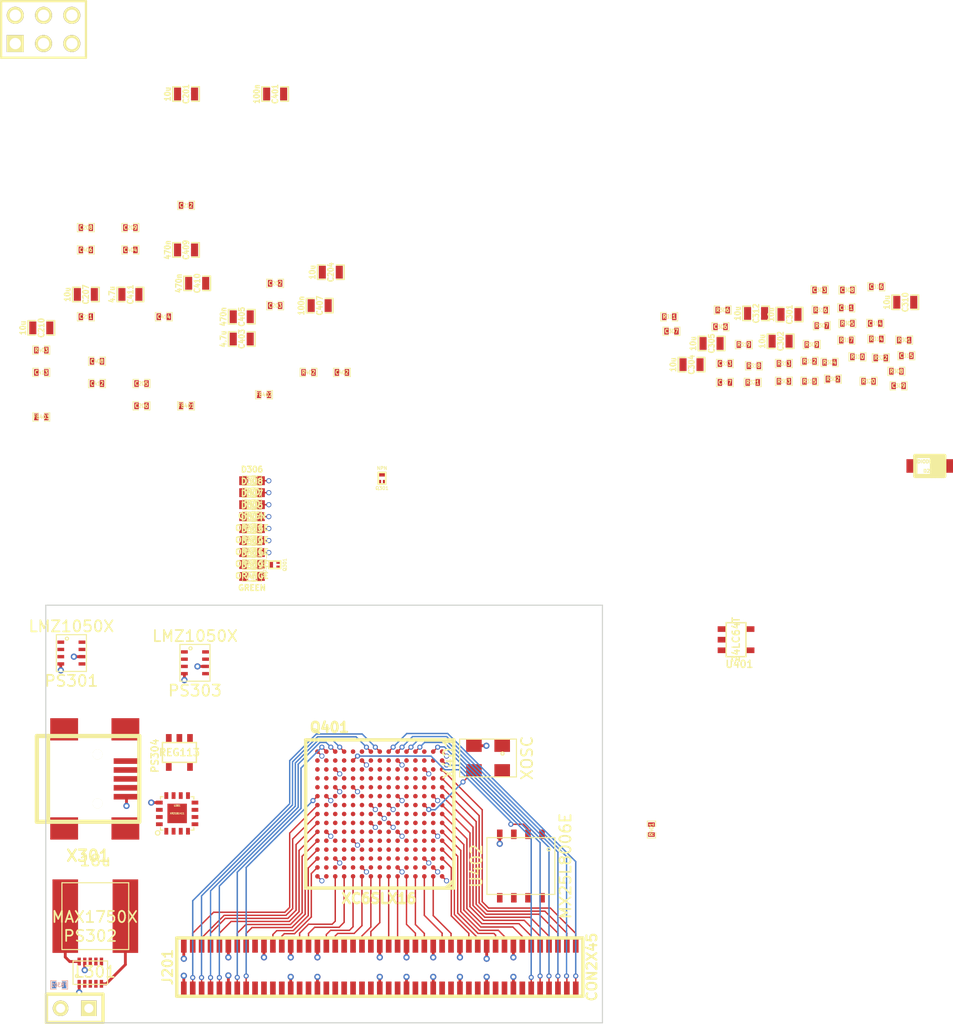
<source format=kicad_pcb>
(kicad_pcb (version 3) (host pcbnew "(2013-07-07 BZR 4022)-stable")
  (layers (15 F.Cu signal) (2 Inner2.Cu power) (1 Inner1.Cu power) (0 B.Cu signal) (18 B.Paste user) (19 F.Paste user) (20 B.SilkS user) (21 F.SilkS user) (22 B.Mask user) (23 F.Mask user) (28 Edge.Cuts user))
  (net 0 "")
  (net 1 "/IO Connector/IO1")
  (net 2 "/IO Connector/IO10")
  (net 3 "/IO Connector/IO11")
  (net 4 "/IO Connector/IO12")
  (net 5 "/IO Connector/IO13")
  (net 6 "/IO Connector/IO17")
  (net 7 "/IO Connector/IO19")
  (net 8 "/IO Connector/IO2")
  (net 9 "/IO Connector/IO23")
  (net 10 "/IO Connector/IO25")
  (net 11 "/IO Connector/IO29")
  (net 12 "/IO Connector/IO3")
  (net 13 "/IO Connector/IO31")
  (net 14 "/IO Connector/IO35")
  (net 15 "/IO Connector/IO37")
  (net 16 "/IO Connector/IO4")
  (net 17 "/IO Connector/IO41")
  (net 18 "/IO Connector/IO43")
  (net 19 "/IO Connector/IO47")
  (net 20 "/IO Connector/IO49")
  (net 21 "/IO Connector/IO5")
  (net 22 "/IO Connector/IO55")
  (net 23 "/IO Connector/IO57")
  (net 24 "/IO Connector/IO6")
  (net 25 "/IO Connector/IO61")
  (net 26 "/IO Connector/IO63")
  (net 27 "/IO Connector/IO67")
  (net 28 "/IO Connector/IO69")
  (net 29 "/IO Connector/IO7")
  (net 30 "/IO Connector/IO75")
  (net 31 "/IO Connector/IO76")
  (net 32 "/IO Connector/IO77")
  (net 33 "/IO Connector/IO78")
  (net 34 "/IO Connector/IO8")
  (net 35 "/IO Connector/IO81")
  (net 36 "/IO Connector/IO82")
  (net 37 "/IO Connector/IO83")
  (net 38 "/IO Connector/IO84")
  (net 39 "/IO Connector/IO85")
  (net 40 "/IO Connector/IO86")
  (net 41 "/IO Connector/IO87")
  (net 42 "/IO Connector/IO88")
  (net 43 "/IO Connector/IO9")
  (net 44 "/IO Connector/VCC_OUT")
  (net 45 /POWER/3.3V_USB)
  (net 46 /POWER/5V_SW_RDY)
  (net 47 /POWER/5V_USB)
  (net 48 /POWER/LED1)
  (net 49 /POWER/LED2)
  (net 50 /POWER/LED3)
  (net 51 /POWER/LED4)
  (net 52 /POWER/PC_GPIO0)
  (net 53 /POWER/PC_GPIO1)
  (net 54 /POWER/PC_GPIO2)
  (net 55 /POWER/PC_GPIO3)
  (net 56 /POWER/PC_GPIO4)
  (net 57 /POWER/PC_GPIO5)
  (net 58 /POWER/PC_RX)
  (net 59 /POWER/PC_TX)
  (net 60 /POWER/USBD+)
  (net 61 /POWER/USBD-)
  (net 62 /SPARTAN6/CLK)
  (net 63 /SPARTAN6/FLASH_CSn)
  (net 64 /SPARTAN6/FLASH_MISO)
  (net 65 /SPARTAN6/FLASH_MOSI)
  (net 66 /SPARTAN6/FLASH_SCK)
  (net 67 /SPARTAN6/I2C_EE_SCL)
  (net 68 /SPARTAN6/I2C_EE_SDA)
  (net 69 /SPARTAN6/TCK)
  (net 70 /SPARTAN6/TDI)
  (net 71 /SPARTAN6/TDO)
  (net 72 /SPARTAN6/TMS)
  (net 73 1.2V)
  (net 74 3.3V)
  (net 75 5V)
  (net 76 GND)
  (net 77 N-00000116)
  (net 78 N-00000117)
  (net 79 N-00000118)
  (net 80 N-00000141)
  (net 81 N-00000144)
  (net 82 N-00000145)
  (net 83 N-00000146)
  (net 84 N-00000147)
  (net 85 N-00000148)
  (net 86 N-00000149)
  (net 87 N-00000150)
  (net 88 N-00000151)
  (net 89 N-00000152)
  (net 90 N-00000153)
  (net 91 N-00000154)
  (net 92 N-00000155)
  (net 93 N-00000156)
  (net 94 N-00000157)
  (net 95 N-00000159)
  (net 96 N-00000160)
  (net 97 N-00000162)
  (net 98 N-00000164)
  (net 99 N-00000165)
  (net 100 N-00000166)
  (net 101 N-00000167)
  (net 102 N-00000171)
  (net 103 N-00000173)
  (net 104 N-00000175)
  (net 105 N-00000176)
  (net 106 N-0000056)
  (net 107 N-0000059)
  (net 108 VCC)
  (module USB_MINI_B (layer F.Cu) (at 103.8 115.6)
    (fp_text reference X301 (at 0 6.90118) (layer F.SilkS) (effects (font (size 1.016 1.016) (thickness 0.2032))))
    (fp_text value USBMICRO hide)
    (pad 1 smd rect (at 3.44932 -1.6002) (size 2.30124 0.50038) (layers F.Cu F.Paste F.Mask) (net 47 /POWER/5V_USB))
    (pad 2 smd rect (at 3.44932 -0.8001) (size 2.30124 0.50038) (layers F.Cu F.Paste F.Mask) (net 61 /POWER/USBD-))
    (pad 3 smd rect (at 3.44932 0) (size 2.30124 0.50038) (layers F.Cu F.Paste F.Mask) (net 60 /POWER/USBD+))
    (pad 4 smd rect (at 3.44932 0.8001) (size 2.30124 0.50038) (layers F.Cu F.Paste F.Mask))
    (pad 5 smd rect (at 3.44932 1.6002) (size 2.30124 0.50038) (layers F.Cu F.Paste F.Mask) (net 76 GND))
    (pad 6 smd rect (at 3.35026 -4.45008) (size 2.49936 1.99898) (layers F.Cu F.Paste F.Mask))
    (pad 7 smd rect (at -2.14884 -4.45008) (size 2.49936 1.99898) (layers F.Cu F.Paste F.Mask))
    (pad 8 smd rect (at 3.35026 4.45008) (size 2.49936 1.99898) (layers F.Cu F.Paste F.Mask))
    (pad 9 smd rect (at -2.14884 4.45008) (size 2.49936 1.99898) (layers F.Cu F.Paste F.Mask))
    (pad "" np_thru_hole circle (at 0.8509 -2.19964) (size 0.89916 0.89916) (drill 0.89916) (layers *.Cu *.Mask F.SilkS))
    (pad 2 np_thru_hole circle (at 0.8509 2.19964) (size 0.89916 0.89916) (drill 0.89916) (layers *.Cu *.Mask F.SilkS) (net 61 /POWER/USBD-))
  )
  (module SM0603_Capa (layer F.Cu) (at 120.6 54.1)
    (fp_text reference C401 (at 0 0 90) (layer F.SilkS) (effects (font (size 0.508 0.4572) (thickness 0.1143))))
    (fp_text value 100n (at -1.651 0 90) (layer F.SilkS) (effects (font (size 0.508 0.4572) (thickness 0.1143))))
    (pad 1 smd rect (at -0.762 0) (size 0.635 1.143) (layers F.Cu F.Paste F.Mask) (net 78 N-00000117))
    (pad 2 smd rect (at 0.762 0) (size 0.635 1.143) (layers F.Cu F.Paste F.Mask) (net 76 GND))
  )
  (module SM0603_Capa (layer F.Cu) (at 112.6 54.1)
    (fp_text reference C201 (at 0 0 90) (layer F.SilkS) (effects (font (size 0.508 0.4572) (thickness 0.1143))))
    (fp_text value 10u (at -1.651 0 90) (layer F.SilkS) (effects (font (size 0.508 0.4572) (thickness 0.1143))))
    (pad 1 smd rect (at -0.762 0) (size 0.635 1.143) (layers F.Cu F.Paste F.Mask) (net 108 VCC))
    (pad 2 smd rect (at 0.762 0) (size 0.635 1.143) (layers F.Cu F.Paste F.Mask) (net 76 GND))
  )
  (module SM0603_Capa (layer F.Cu) (at 99.6 75.1)
    (fp_text reference C210 (at 0 0 90) (layer F.SilkS) (effects (font (size 0.508 0.4572) (thickness 0.1143))))
    (fp_text value 10u (at -1.651 0 90) (layer F.SilkS) (effects (font (size 0.508 0.4572) (thickness 0.1143))))
    (pad 1 smd rect (at -0.762 0) (size 0.635 1.143) (layers F.Cu F.Paste F.Mask) (net 73 1.2V))
    (pad 2 smd rect (at 0.762 0) (size 0.635 1.143) (layers F.Cu F.Paste F.Mask) (net 76 GND))
  )
  (module SM0603_Capa (layer F.Cu) (at 117.6 76.1)
    (fp_text reference C403 (at 0 0 90) (layer F.SilkS) (effects (font (size 0.508 0.4572) (thickness 0.1143))))
    (fp_text value 4.7u (at -1.651 0 90) (layer F.SilkS) (effects (font (size 0.508 0.4572) (thickness 0.1143))))
    (pad 1 smd rect (at -0.762 0) (size 0.635 1.143) (layers F.Cu F.Paste F.Mask) (net 73 1.2V))
    (pad 2 smd rect (at 0.762 0) (size 0.635 1.143) (layers F.Cu F.Paste F.Mask) (net 76 GND))
  )
  (module SM0603_Capa (layer F.Cu) (at 117.6 74.1)
    (fp_text reference C405 (at 0 0 90) (layer F.SilkS) (effects (font (size 0.508 0.4572) (thickness 0.1143))))
    (fp_text value 470n (at -1.651 0 90) (layer F.SilkS) (effects (font (size 0.508 0.4572) (thickness 0.1143))))
    (pad 1 smd rect (at -0.762 0) (size 0.635 1.143) (layers F.Cu F.Paste F.Mask) (net 73 1.2V))
    (pad 2 smd rect (at 0.762 0) (size 0.635 1.143) (layers F.Cu F.Paste F.Mask) (net 76 GND))
  )
  (module SM0603_Capa (layer F.Cu) (at 103.6 72.1)
    (fp_text reference C207 (at 0 0 90) (layer F.SilkS) (effects (font (size 0.508 0.4572) (thickness 0.1143))))
    (fp_text value 10u (at -1.651 0 90) (layer F.SilkS) (effects (font (size 0.508 0.4572) (thickness 0.1143))))
    (pad 1 smd rect (at -0.762 0) (size 0.635 1.143) (layers F.Cu F.Paste F.Mask) (net 74 3.3V))
    (pad 2 smd rect (at 0.762 0) (size 0.635 1.143) (layers F.Cu F.Paste F.Mask) (net 76 GND))
  )
  (module SM0603_Capa (layer F.Cu) (at 124.6 73.1)
    (fp_text reference C407 (at 0 0 90) (layer F.SilkS) (effects (font (size 0.508 0.4572) (thickness 0.1143))))
    (fp_text value 100n (at -1.651 0 90) (layer F.SilkS) (effects (font (size 0.508 0.4572) (thickness 0.1143))))
    (pad 1 smd rect (at -0.762 0) (size 0.635 1.143) (layers F.Cu F.Paste F.Mask) (net 79 N-00000118))
    (pad 2 smd rect (at 0.762 0) (size 0.635 1.143) (layers F.Cu F.Paste F.Mask) (net 76 GND))
  )
  (module SM0603_Capa (layer F.Cu) (at 112.6 68.1)
    (fp_text reference C409 (at 0 0 90) (layer F.SilkS) (effects (font (size 0.508 0.4572) (thickness 0.1143))))
    (fp_text value 470n (at -1.651 0 90) (layer F.SilkS) (effects (font (size 0.508 0.4572) (thickness 0.1143))))
    (pad 1 smd rect (at -0.762 0) (size 0.635 1.143) (layers F.Cu F.Paste F.Mask) (net 74 3.3V))
    (pad 2 smd rect (at 0.762 0) (size 0.635 1.143) (layers F.Cu F.Paste F.Mask) (net 76 GND))
  )
  (module SM0603_Capa (layer F.Cu) (at 125.6 70.1)
    (fp_text reference C204 (at 0 0 90) (layer F.SilkS) (effects (font (size 0.508 0.4572) (thickness 0.1143))))
    (fp_text value 10u (at -1.651 0 90) (layer F.SilkS) (effects (font (size 0.508 0.4572) (thickness 0.1143))))
    (pad 1 smd rect (at -0.762 0) (size 0.635 1.143) (layers F.Cu F.Paste F.Mask) (net 75 5V))
    (pad 2 smd rect (at 0.762 0) (size 0.635 1.143) (layers F.Cu F.Paste F.Mask) (net 76 GND))
  )
  (module SM0603_Capa (layer F.Cu) (at 113.6 71.1)
    (fp_text reference C410 (at 0 0 90) (layer F.SilkS) (effects (font (size 0.508 0.4572) (thickness 0.1143))))
    (fp_text value 470n (at -1.651 0 90) (layer F.SilkS) (effects (font (size 0.508 0.4572) (thickness 0.1143))))
    (pad 1 smd rect (at -0.762 0) (size 0.635 1.143) (layers F.Cu F.Paste F.Mask) (net 74 3.3V))
    (pad 2 smd rect (at 0.762 0) (size 0.635 1.143) (layers F.Cu F.Paste F.Mask) (net 76 GND))
  )
  (module SM0603_Capa (layer F.Cu) (at 107.6 72.1)
    (fp_text reference C411 (at 0 0 90) (layer F.SilkS) (effects (font (size 0.508 0.4572) (thickness 0.1143))))
    (fp_text value 4.7u (at -1.651 0 90) (layer F.SilkS) (effects (font (size 0.508 0.4572) (thickness 0.1143))))
    (pad 1 smd rect (at -0.762 0) (size 0.635 1.143) (layers F.Cu F.Paste F.Mask) (net 74 3.3V))
    (pad 2 smd rect (at 0.762 0) (size 0.635 1.143) (layers F.Cu F.Paste F.Mask) (net 76 GND))
  )
  (module SM0402_r (layer F.Cu) (at 123.6 79.1)
    (fp_text reference R402 (at 0 0) (layer F.SilkS) (effects (font (size 0.35052 0.3048) (thickness 0.07112))))
    (fp_text value 1K hide)
    (pad 1 smd rect (at -0.44958 0) (size 0.39878 0.59944) (layers F.Cu F.Paste F.Mask) (net 79 N-00000118))
    (pad 2 smd rect (at 0.44958 0) (size 0.39878 0.59944) (layers F.Cu F.Paste F.Mask) (net 63 /SPARTAN6/FLASH_CSn))
  )
  (module SM0402_r (layer F.Cu) (at 154.4 120.15 90)
    (fp_text reference R401 (at 0 0 90) (layer F.SilkS) (effects (font (size 0.35052 0.3048) (thickness 0.07112))))
    (fp_text value 10K hide)
    (pad 1 smd rect (at -0.44958 0 90) (size 0.39878 0.59944) (layers F.Cu F.Paste F.Mask) (net 79 N-00000118))
    (pad 2 smd rect (at 0.44958 0 90) (size 0.39878 0.59944) (layers F.Cu F.Paste F.Mask) (net 107 N-0000059))
  )
  (module SM0402_r (layer F.Cu) (at 99.6 77.1)
    (fp_text reference R403 (at 0 0) (layer F.SilkS) (effects (font (size 0.35052 0.3048) (thickness 0.07112))))
    (fp_text value 1K hide)
    (pad 1 smd rect (at -0.44958 0) (size 0.39878 0.59944) (layers F.Cu F.Paste F.Mask) (net 79 N-00000118))
    (pad 2 smd rect (at 0.44958 0) (size 0.39878 0.59944) (layers F.Cu F.Paste F.Mask) (net 106 N-0000056))
  )
  (module SM0402_c (layer F.Cu) (at 104.6 78.1)
    (fp_text reference C408 (at 0 0) (layer F.SilkS) (effects (font (size 0.35052 0.3048) (thickness 0.07112))))
    (fp_text value 470n hide)
    (pad 1 smd rect (at -0.44958 0) (size 0.39878 0.59944) (layers F.Cu F.Paste F.Mask) (net 74 3.3V))
    (pad 2 smd rect (at 0.44958 0) (size 0.39878 0.59944) (layers F.Cu F.Paste F.Mask) (net 76 GND))
  )
  (module SM0402_c (layer F.Cu) (at 108.6 82.1)
    (fp_text reference C206 (at 0 0) (layer F.SilkS) (effects (font (size 0.35052 0.3048) (thickness 0.07112))))
    (fp_text value 100n hide)
    (pad 1 smd rect (at -0.44958 0) (size 0.39878 0.59944) (layers F.Cu F.Paste F.Mask) (net 75 5V))
    (pad 2 smd rect (at 0.44958 0) (size 0.39878 0.59944) (layers F.Cu F.Paste F.Mask) (net 76 GND))
  )
  (module SM0402_c (layer F.Cu) (at 103.6 68.1)
    (fp_text reference C406 (at 0 0) (layer F.SilkS) (effects (font (size 0.35052 0.3048) (thickness 0.07112))))
    (fp_text value 100n hide)
    (pad 1 smd rect (at -0.44958 0) (size 0.39878 0.59944) (layers F.Cu F.Paste F.Mask) (net 77 N-00000116))
    (pad 2 smd rect (at 0.44958 0) (size 0.39878 0.59944) (layers F.Cu F.Paste F.Mask) (net 76 GND))
  )
  (module SM0402_c (layer F.Cu) (at 107.6 68.1)
    (fp_text reference C404 (at 0 0) (layer F.SilkS) (effects (font (size 0.35052 0.3048) (thickness 0.07112))))
    (fp_text value 4.7u hide)
    (pad 1 smd rect (at -0.44958 0) (size 0.39878 0.59944) (layers F.Cu F.Paste F.Mask) (net 73 1.2V))
    (pad 2 smd rect (at 0.44958 0) (size 0.39878 0.59944) (layers F.Cu F.Paste F.Mask) (net 76 GND))
  )
  (module SM0402_c (layer F.Cu) (at 126.6 79.1)
    (fp_text reference C402 (at 0 0) (layer F.SilkS) (effects (font (size 0.35052 0.3048) (thickness 0.07112))))
    (fp_text value 4.7u hide)
    (pad 1 smd rect (at -0.44958 0) (size 0.39878 0.59944) (layers F.Cu F.Paste F.Mask) (net 73 1.2V))
    (pad 2 smd rect (at 0.44958 0) (size 0.39878 0.59944) (layers F.Cu F.Paste F.Mask) (net 76 GND))
  )
  (module SM0402_c (layer F.Cu) (at 103.6 66.1)
    (fp_text reference C208 (at 0 0) (layer F.SilkS) (effects (font (size 0.35052 0.3048) (thickness 0.07112))))
    (fp_text value 1u hide)
    (pad 1 smd rect (at -0.44958 0) (size 0.39878 0.59944) (layers F.Cu F.Paste F.Mask) (net 74 3.3V))
    (pad 2 smd rect (at 0.44958 0) (size 0.39878 0.59944) (layers F.Cu F.Paste F.Mask) (net 76 GND))
  )
  (module SM0402_c (layer F.Cu) (at 107.6 66.1)
    (fp_text reference C209 (at 0 0) (layer F.SilkS) (effects (font (size 0.35052 0.3048) (thickness 0.07112))))
    (fp_text value 100n hide)
    (pad 1 smd rect (at -0.44958 0) (size 0.39878 0.59944) (layers F.Cu F.Paste F.Mask) (net 74 3.3V))
    (pad 2 smd rect (at 0.44958 0) (size 0.39878 0.59944) (layers F.Cu F.Paste F.Mask) (net 76 GND))
  )
  (module SM0402_c (layer F.Cu) (at 103.6 74.1)
    (fp_text reference C211 (at 0 0) (layer F.SilkS) (effects (font (size 0.35052 0.3048) (thickness 0.07112))))
    (fp_text value 1u hide)
    (pad 1 smd rect (at -0.44958 0) (size 0.39878 0.59944) (layers F.Cu F.Paste F.Mask) (net 73 1.2V))
    (pad 2 smd rect (at 0.44958 0) (size 0.39878 0.59944) (layers F.Cu F.Paste F.Mask) (net 76 GND))
  )
  (module SM0402_c (layer F.Cu) (at 99.6 79.1)
    (fp_text reference C413 (at 0 0) (layer F.SilkS) (effects (font (size 0.35052 0.3048) (thickness 0.07112))))
    (fp_text value 10u hide)
    (pad 1 smd rect (at -0.44958 0) (size 0.39878 0.59944) (layers F.Cu F.Paste F.Mask) (net 74 3.3V))
    (pad 2 smd rect (at 0.44958 0) (size 0.39878 0.59944) (layers F.Cu F.Paste F.Mask) (net 76 GND))
  )
  (module SM0402_c (layer F.Cu) (at 112.6 64.1)
    (fp_text reference C212 (at 0 0) (layer F.SilkS) (effects (font (size 0.35052 0.3048) (thickness 0.07112))))
    (fp_text value 100n hide)
    (pad 1 smd rect (at -0.44958 0) (size 0.39878 0.59944) (layers F.Cu F.Paste F.Mask) (net 73 1.2V))
    (pad 2 smd rect (at 0.44958 0) (size 0.39878 0.59944) (layers F.Cu F.Paste F.Mask) (net 76 GND))
  )
  (module SM0402_c (layer F.Cu) (at 104.6 80.1)
    (fp_text reference C412 (at 0 0) (layer F.SilkS) (effects (font (size 0.35052 0.3048) (thickness 0.07112))))
    (fp_text value 4.7u hide)
    (pad 1 smd rect (at -0.44958 0) (size 0.39878 0.59944) (layers F.Cu F.Paste F.Mask) (net 74 3.3V))
    (pad 2 smd rect (at 0.44958 0) (size 0.39878 0.59944) (layers F.Cu F.Paste F.Mask) (net 76 GND))
  )
  (module SM0402_c (layer F.Cu) (at 108.6 80.1)
    (fp_text reference C205 (at 0 0) (layer F.SilkS) (effects (font (size 0.35052 0.3048) (thickness 0.07112))))
    (fp_text value 1u hide)
    (pad 1 smd rect (at -0.44958 0) (size 0.39878 0.59944) (layers F.Cu F.Paste F.Mask) (net 75 5V))
    (pad 2 smd rect (at 0.44958 0) (size 0.39878 0.59944) (layers F.Cu F.Paste F.Mask) (net 76 GND))
  )
  (module SM0402_c (layer F.Cu) (at 120.6 73.1)
    (fp_text reference C203 (at 0 0) (layer F.SilkS) (effects (font (size 0.35052 0.3048) (thickness 0.07112))))
    (fp_text value 100n hide)
    (pad 1 smd rect (at -0.44958 0) (size 0.39878 0.59944) (layers F.Cu F.Paste F.Mask) (net 108 VCC))
    (pad 2 smd rect (at 0.44958 0) (size 0.39878 0.59944) (layers F.Cu F.Paste F.Mask) (net 76 GND))
  )
  (module SM0402_c (layer F.Cu) (at 120.6 71.1)
    (fp_text reference C202 (at 0 0) (layer F.SilkS) (effects (font (size 0.35052 0.3048) (thickness 0.07112))))
    (fp_text value 1u hide)
    (pad 1 smd rect (at -0.44958 0) (size 0.39878 0.59944) (layers F.Cu F.Paste F.Mask) (net 108 VCC))
    (pad 2 smd rect (at 0.44958 0) (size 0.39878 0.59944) (layers F.Cu F.Paste F.Mask) (net 76 GND))
  )
  (module SM0402_c (layer F.Cu) (at 110.6 74.1)
    (fp_text reference C414 (at 0 0) (layer F.SilkS) (effects (font (size 0.35052 0.3048) (thickness 0.07112))))
    (fp_text value 10u hide)
    (pad 1 smd rect (at -0.44958 0) (size 0.39878 0.59944) (layers F.Cu F.Paste F.Mask) (net 74 3.3V))
    (pad 2 smd rect (at 0.44958 0) (size 0.39878 0.59944) (layers F.Cu F.Paste F.Mask) (net 76 GND))
  )
  (module SM0402 (layer B.Cu) (at 101.2 134.1)
    (fp_text reference FB301 (at 0 0) (layer B.SilkS) (effects (font (size 0.35052 0.3048) (thickness 0.07112)) (justify mirror)))
    (fp_text value F hide)
    (pad 1 smd rect (at -0.44958 0) (size 0.39878 0.59944) (layers B.Cu B.Paste B.Mask) (net 108 VCC))
    (pad 2 smd rect (at 0.44958 0) (size 0.39878 0.59944) (layers B.Cu B.Paste B.Mask) (net 88 N-00000151))
  )
  (module SM0402 (layer F.Cu) (at 112.6 82.1)
    (fp_text reference FB401 (at 0 0) (layer F.SilkS) (effects (font (size 0.35052 0.3048) (thickness 0.07112))))
    (fp_text value F hide)
    (pad 1 smd rect (at -0.44958 0) (size 0.39878 0.59944) (layers F.Cu F.Paste F.Mask) (net 78 N-00000117))
    (pad 2 smd rect (at 0.44958 0) (size 0.39878 0.59944) (layers F.Cu F.Paste F.Mask) (net 74 3.3V))
  )
  (module SM0402 (layer F.Cu) (at 99.6 83.1)
    (fp_text reference FB403 (at 0 0) (layer F.SilkS) (effects (font (size 0.35052 0.3048) (thickness 0.07112))))
    (fp_text value F hide)
    (pad 1 smd rect (at -0.44958 0) (size 0.39878 0.59944) (layers F.Cu F.Paste F.Mask) (net 74 3.3V))
    (pad 2 smd rect (at 0.44958 0) (size 0.39878 0.59944) (layers F.Cu F.Paste F.Mask) (net 79 N-00000118))
  )
  (module SM0402 (layer F.Cu) (at 119.6 81.1)
    (fp_text reference FB402 (at 0 0) (layer F.SilkS) (effects (font (size 0.35052 0.3048) (thickness 0.07112))))
    (fp_text value F hide)
    (pad 1 smd rect (at -0.44958 0) (size 0.39878 0.59944) (layers F.Cu F.Paste F.Mask) (net 74 3.3V))
    (pad 2 smd rect (at 0.44958 0) (size 0.39878 0.59944) (layers F.Cu F.Paste F.Mask) (net 77 N-00000116))
  )
  (module pin_array_3x2 (layer F.Cu) (at 99.8 48.3)
    (fp_text reference P401 (at 0 -3.81) (layer F.SilkS) (effects (font (size 1.016 1.016) (thickness 0.2032))))
    (fp_text value CONN_3X2 hide)
    (pad 1 thru_hole rect (at -2.54 1.27) (size 1.524 1.524) (drill 1.016) (layers *.Cu *.Mask F.SilkS) (net 70 /SPARTAN6/TDI))
    (pad 2 thru_hole circle (at -2.54 -1.27) (size 1.524 1.524) (drill 1.016) (layers *.Cu *.Mask F.SilkS) (net 74 3.3V))
    (pad 3 thru_hole circle (at 0 1.27) (size 1.524 1.524) (drill 1.016) (layers *.Cu *.Mask F.SilkS) (net 69 /SPARTAN6/TCK))
    (pad 4 thru_hole circle (at 0 -1.27) (size 1.524 1.524) (drill 1.016) (layers *.Cu *.Mask F.SilkS) (net 71 /SPARTAN6/TDO))
    (pad 5 thru_hole circle (at 2.54 1.27) (size 1.524 1.524) (drill 1.016) (layers *.Cu *.Mask F.SilkS) (net 72 /SPARTAN6/TMS))
    (pad 6 thru_hole circle (at 2.54 -1.27) (size 1.524 1.524) (drill 1.016) (layers *.Cu *.Mask F.SilkS) (net 76 GND))
  )
  (module SM0603_Capa (layer F.Cu) (at 166 76.3)
    (fp_text reference C302 (at 0 0 90) (layer F.SilkS) (effects (font (size 0.508 0.4572) (thickness 0.1143))))
    (fp_text value 10u (at -1.651 0 90) (layer F.SilkS) (effects (font (size 0.508 0.4572) (thickness 0.1143))))
    (pad 1 smd rect (at -0.762 0) (size 0.635 1.143) (layers F.Cu F.Paste F.Mask) (net 75 5V))
    (pad 2 smd rect (at 0.762 0) (size 0.635 1.143) (layers F.Cu F.Paste F.Mask) (net 76 GND))
  )
  (module SM0603_Capa (layer F.Cu) (at 159.8 76.5)
    (fp_text reference C305 (at 0 0 90) (layer F.SilkS) (effects (font (size 0.508 0.4572) (thickness 0.1143))))
    (fp_text value 10u (at -1.651 0 90) (layer F.SilkS) (effects (font (size 0.508 0.4572) (thickness 0.1143))))
    (pad 1 smd rect (at -0.762 0) (size 0.635 1.143) (layers F.Cu F.Paste F.Mask) (net 108 VCC))
    (pad 2 smd rect (at 0.762 0) (size 0.635 1.143) (layers F.Cu F.Paste F.Mask) (net 76 GND))
  )
  (module SM0603_Capa (layer F.Cu) (at 177.2 72.8)
    (fp_text reference C310 (at 0 0 90) (layer F.SilkS) (effects (font (size 0.508 0.4572) (thickness 0.1143))))
    (fp_text value 10u (at -1.651 0 90) (layer F.SilkS) (effects (font (size 0.508 0.4572) (thickness 0.1143))))
    (pad 1 smd rect (at -0.762 0) (size 0.635 1.143) (layers F.Cu F.Paste F.Mask) (net 75 5V))
    (pad 2 smd rect (at 0.762 0) (size 0.635 1.143) (layers F.Cu F.Paste F.Mask) (net 76 GND))
  )
  (module SM0603_Capa (layer F.Cu) (at 166.8 73.9)
    (fp_text reference C301 (at 0 0 90) (layer F.SilkS) (effects (font (size 0.508 0.4572) (thickness 0.1143))))
    (fp_text value 10u (at -1.651 0 90) (layer F.SilkS) (effects (font (size 0.508 0.4572) (thickness 0.1143))))
    (pad 1 smd rect (at -0.762 0) (size 0.635 1.143) (layers F.Cu F.Paste F.Mask) (net 75 5V))
    (pad 2 smd rect (at 0.762 0) (size 0.635 1.143) (layers F.Cu F.Paste F.Mask) (net 76 GND))
  )
  (module SM0603_Capa (layer F.Cu) (at 163.8 73.8)
    (fp_text reference C312 (at 0 0 90) (layer F.SilkS) (effects (font (size 0.508 0.4572) (thickness 0.1143))))
    (fp_text value 10u (at -1.651 0 90) (layer F.SilkS) (effects (font (size 0.508 0.4572) (thickness 0.1143))))
    (pad 1 smd rect (at -0.762 0) (size 0.635 1.143) (layers F.Cu F.Paste F.Mask) (net 73 1.2V))
    (pad 2 smd rect (at 0.762 0) (size 0.635 1.143) (layers F.Cu F.Paste F.Mask) (net 76 GND))
  )
  (module SM0603_Capa (layer F.Cu) (at 158 78.4)
    (fp_text reference C304 (at 0 0 90) (layer F.SilkS) (effects (font (size 0.508 0.4572) (thickness 0.1143))))
    (fp_text value 10u (at -1.651 0 90) (layer F.SilkS) (effects (font (size 0.508 0.4572) (thickness 0.1143))))
    (pad 1 smd rect (at -0.762 0) (size 0.635 1.143) (layers F.Cu F.Paste F.Mask) (net 74 3.3V))
    (pad 2 smd rect (at 0.762 0) (size 0.635 1.143) (layers F.Cu F.Paste F.Mask) (net 76 GND))
  )
  (module SM0402_r (layer F.Cu) (at 168.6 78.1)
    (fp_text reference R312 (at 0 0) (layer F.SilkS) (effects (font (size 0.35052 0.3048) (thickness 0.07112))))
    (fp_text value 1.2k hide)
    (pad 1 smd rect (at -0.44958 0) (size 0.39878 0.59944) (layers F.Cu F.Paste F.Mask) (net 75 5V))
    (pad 2 smd rect (at 0.44958 0) (size 0.39878 0.59944) (layers F.Cu F.Paste F.Mask) (net 81 N-00000144))
  )
  (module SM0402_r (layer F.Cu) (at 170.4 78.2)
    (fp_text reference R304 (at 0 0) (layer F.SilkS) (effects (font (size 0.35052 0.3048) (thickness 0.07112))))
    (fp_text value 154k hide)
    (pad 1 smd rect (at -0.44958 0) (size 0.39878 0.59944) (layers F.Cu F.Paste F.Mask) (net 105 N-00000176))
    (pad 2 smd rect (at 0.44958 0) (size 0.39878 0.59944) (layers F.Cu F.Paste F.Mask) (net 76 GND))
  )
  (module SM0402_r (layer F.Cu) (at 166.3 78.3)
    (fp_text reference R313 (at 0 0) (layer F.SilkS) (effects (font (size 0.35052 0.3048) (thickness 0.07112))))
    (fp_text value 1.2k hide)
    (pad 1 smd rect (at -0.44958 0) (size 0.39878 0.59944) (layers F.Cu F.Paste F.Mask) (net 48 /POWER/LED1))
    (pad 2 smd rect (at 0.44958 0) (size 0.39878 0.59944) (layers F.Cu F.Paste F.Mask) (net 92 N-00000155))
  )
  (module SM0402_r (layer F.Cu) (at 171.9 76.2)
    (fp_text reference R317 (at 0 0) (layer F.SilkS) (effects (font (size 0.35052 0.3048) (thickness 0.07112))))
    (fp_text value 1.2k hide)
    (pad 1 smd rect (at -0.44958 0) (size 0.39878 0.59944) (layers F.Cu F.Paste F.Mask) (net 47 /POWER/5V_USB))
    (pad 2 smd rect (at 0.44958 0) (size 0.39878 0.59944) (layers F.Cu F.Paste F.Mask) (net 93 N-00000156))
  )
  (module SM0402_r (layer F.Cu) (at 168.8 76.6)
    (fp_text reference R309 (at 0 0) (layer F.SilkS) (effects (font (size 0.35052 0.3048) (thickness 0.07112))))
    (fp_text value 120k hide)
    (pad 1 smd rect (at -0.44958 0) (size 0.39878 0.59944) (layers F.Cu F.Paste F.Mask) (net 87 N-00000150))
    (pad 2 smd rect (at 0.44958 0) (size 0.39878 0.59944) (layers F.Cu F.Paste F.Mask) (net 86 N-00000149))
  )
  (module SM0402_r (layer F.Cu) (at 172.9 77.7)
    (fp_text reference R310 (at 0 0) (layer F.SilkS) (effects (font (size 0.35052 0.3048) (thickness 0.07112))))
    (fp_text value 30.9k hide)
    (pad 1 smd rect (at -0.44958 0) (size 0.39878 0.59944) (layers F.Cu F.Paste F.Mask) (net 86 N-00000149))
    (pad 2 smd rect (at 0.44958 0) (size 0.39878 0.59944) (layers F.Cu F.Paste F.Mask) (net 76 GND))
  )
  (module SM0402_r (layer F.Cu) (at 174.6 76.1)
    (fp_text reference R314 (at 0 0) (layer F.SilkS) (effects (font (size 0.35052 0.3048) (thickness 0.07112))))
    (fp_text value 1.2k hide)
    (pad 1 smd rect (at -0.44958 0) (size 0.39878 0.59944) (layers F.Cu F.Paste F.Mask) (net 49 /POWER/LED2))
    (pad 2 smd rect (at 0.44958 0) (size 0.39878 0.59944) (layers F.Cu F.Paste F.Mask) (net 91 N-00000154))
  )
  (module SM0402_r (layer F.Cu) (at 175 77.8)
    (fp_text reference R322 (at 0 0) (layer F.SilkS) (effects (font (size 0.35052 0.3048) (thickness 0.07112))))
    (fp_text value 0r hide)
    (pad 1 smd rect (at -0.44958 0) (size 0.39878 0.59944) (layers F.Cu F.Paste F.Mask) (net 97 N-00000162))
    (pad 2 smd rect (at 0.44958 0) (size 0.39878 0.59944) (layers F.Cu F.Paste F.Mask) (net 45 /POWER/3.3V_USB))
  )
  (module SM0402_r (layer F.Cu) (at 173.9 79.9)
    (fp_text reference R320 (at 0 0) (layer F.SilkS) (effects (font (size 0.35052 0.3048) (thickness 0.07112))))
    (fp_text value 1.2k hide)
    (pad 1 smd rect (at -0.44958 0) (size 0.39878 0.59944) (layers F.Cu F.Paste F.Mask) (net 74 3.3V))
    (pad 2 smd rect (at 0.44958 0) (size 0.39878 0.59944) (layers F.Cu F.Paste F.Mask) (net 82 N-00000145))
  )
  (module SM0402_r (layer F.Cu) (at 163.6 78.5)
    (fp_text reference R318 (at 0 0) (layer F.SilkS) (effects (font (size 0.35052 0.3048) (thickness 0.07112))))
    (fp_text value 1.2k hide)
    (pad 1 smd rect (at -0.44958 0) (size 0.39878 0.59944) (layers F.Cu F.Paste F.Mask) (net 45 /POWER/3.3V_USB))
    (pad 2 smd rect (at 0.44958 0) (size 0.39878 0.59944) (layers F.Cu F.Paste F.Mask) (net 95 N-00000159))
  )
  (module SM0402_r (layer F.Cu) (at 163.5 80)
    (fp_text reference R321 (at 0 0) (layer F.SilkS) (effects (font (size 0.35052 0.3048) (thickness 0.07112))))
    (fp_text value 47k hide)
    (pad 1 smd rect (at -0.44958 0) (size 0.39878 0.59944) (layers F.Cu F.Paste F.Mask) (net 73 1.2V))
    (pad 2 smd rect (at 0.44958 0) (size 0.39878 0.59944) (layers F.Cu F.Paste F.Mask) (net 84 N-00000147))
  )
  (module SM0402_r (layer F.Cu) (at 162.7 76.6)
    (fp_text reference R319 (at 0 0) (layer F.SilkS) (effects (font (size 0.35052 0.3048) (thickness 0.07112))))
    (fp_text value 1.2k hide)
    (pad 1 smd rect (at -0.44958 0) (size 0.39878 0.59944) (layers F.Cu F.Paste F.Mask) (net 75 5V))
    (pad 2 smd rect (at 0.44958 0) (size 0.39878 0.59944) (layers F.Cu F.Paste F.Mask) (net 83 N-00000146))
  )
  (module SM0402_r (layer F.Cu) (at 166.3 79.9)
    (fp_text reference R303 (at 0 0) (layer F.SilkS) (effects (font (size 0.35052 0.3048) (thickness 0.07112))))
    (fp_text value 120k hide)
    (pad 1 smd rect (at -0.44958 0) (size 0.39878 0.59944) (layers F.Cu F.Paste F.Mask) (net 103 N-00000173))
    (pad 2 smd rect (at 0.44958 0) (size 0.39878 0.59944) (layers F.Cu F.Paste F.Mask) (net 105 N-00000176))
  )
  (module SM0402_r (layer F.Cu) (at 170.7 79.7)
    (fp_text reference R302 (at 0 0) (layer F.SilkS) (effects (font (size 0.35052 0.3048) (thickness 0.07112))))
    (fp_text value 10k hide)
    (pad 1 smd rect (at -0.44958 0) (size 0.39878 0.59944) (layers F.Cu F.Paste F.Mask) (net 75 5V))
    (pad 2 smd rect (at 0.44958 0) (size 0.39878 0.59944) (layers F.Cu F.Paste F.Mask) (net 46 /POWER/5V_SW_RDY))
  )
  (module SM0402_r (layer F.Cu) (at 168.6 79.9)
    (fp_text reference R315 (at 0 0) (layer F.SilkS) (effects (font (size 0.35052 0.3048) (thickness 0.07112))))
    (fp_text value 1.2k hide)
    (pad 1 smd rect (at -0.44958 0) (size 0.39878 0.59944) (layers F.Cu F.Paste F.Mask) (net 50 /POWER/LED3))
    (pad 2 smd rect (at 0.44958 0) (size 0.39878 0.59944) (layers F.Cu F.Paste F.Mask) (net 90 N-00000153))
  )
  (module SM0402_r (layer F.Cu) (at 169.6 73.5)
    (fp_text reference R316 (at 0 0) (layer F.SilkS) (effects (font (size 0.35052 0.3048) (thickness 0.07112))))
    (fp_text value 1.2k hide)
    (pad 1 smd rect (at -0.44958 0) (size 0.39878 0.59944) (layers F.Cu F.Paste F.Mask) (net 51 /POWER/LED4))
    (pad 2 smd rect (at 0.44958 0) (size 0.39878 0.59944) (layers F.Cu F.Paste F.Mask) (net 89 N-00000152))
  )
  (module SM0402_r (layer F.Cu) (at 172 74.7)
    (fp_text reference R305 (at 0 0) (layer F.SilkS) (effects (font (size 0.35052 0.3048) (thickness 0.07112))))
    (fp_text value 3.3k hide)
    (pad 1 smd rect (at -0.44958 0) (size 0.39878 0.59944) (layers F.Cu F.Paste F.Mask) (net 47 /POWER/5V_USB))
    (pad 2 smd rect (at 0.44958 0) (size 0.39878 0.59944) (layers F.Cu F.Paste F.Mask) (net 96 N-00000160))
  )
  (module SM0402_r (layer F.Cu) (at 176.4 79)
    (fp_text reference R308 (at 0 0) (layer F.SilkS) (effects (font (size 0.35052 0.3048) (thickness 0.07112))))
    (fp_text value 4.7k hide)
    (pad 1 smd rect (at -0.44958 0) (size 0.39878 0.59944) (layers F.Cu F.Paste F.Mask) (net 96 N-00000160))
    (pad 2 smd rect (at 0.44958 0) (size 0.39878 0.59944) (layers F.Cu F.Paste F.Mask) (net 76 GND))
  )
  (module SM0402_r (layer F.Cu) (at 169.7 74.9)
    (fp_text reference R307 (at 0 0) (layer F.SilkS) (effects (font (size 0.35052 0.3048) (thickness 0.07112))))
    (fp_text value 1.2k hide)
    (pad 1 smd rect (at -0.44958 0) (size 0.39878 0.59944) (layers F.Cu F.Paste F.Mask) (net 76 GND))
    (pad 2 smd rect (at 0.44958 0) (size 0.39878 0.59944) (layers F.Cu F.Paste F.Mask) (net 80 N-00000141))
  )
  (module SM0402_r (layer F.Cu) (at 160.8 73.5)
    (fp_text reference R306 (at 0 0) (layer F.SilkS) (effects (font (size 0.35052 0.3048) (thickness 0.07112))))
    (fp_text value 4.7k hide)
    (pad 1 smd rect (at -0.44958 0) (size 0.39878 0.59944) (layers F.Cu F.Paste F.Mask) (net 75 5V))
    (pad 2 smd rect (at 0.44958 0) (size 0.39878 0.59944) (layers F.Cu F.Paste F.Mask) (net 99 N-00000165))
  )
  (module SM0402_r (layer F.Cu) (at 177.1 76.2)
    (fp_text reference R301 (at 0 0) (layer F.SilkS) (effects (font (size 0.35052 0.3048) (thickness 0.07112))))
    (fp_text value 4.7k hide)
    (pad 1 smd rect (at -0.44958 0) (size 0.39878 0.59944) (layers F.Cu F.Paste F.Mask) (net 75 5V))
    (pad 2 smd rect (at 0.44958 0) (size 0.39878 0.59944) (layers F.Cu F.Paste F.Mask) (net 98 N-00000164))
  )
  (module SM0402_r (layer F.Cu) (at 156 74.1)
    (fp_text reference R311 (at 0 0) (layer F.SilkS) (effects (font (size 0.35052 0.3048) (thickness 0.07112))))
    (fp_text value 1.2k hide)
    (pad 1 smd rect (at -0.44958 0) (size 0.39878 0.59944) (layers F.Cu F.Paste F.Mask) (net 47 /POWER/5V_USB))
    (pad 2 smd rect (at 0.44958 0) (size 0.39878 0.59944) (layers F.Cu F.Paste F.Mask) (net 94 N-00000157))
  )
  (module SM0402_c (layer F.Cu) (at 174.6 71.4)
    (fp_text reference C316 (at 0 0) (layer F.SilkS) (effects (font (size 0.35052 0.3048) (thickness 0.07112))))
    (fp_text value 10n hide)
    (pad 1 smd rect (at -0.44958 0) (size 0.39878 0.59944) (layers F.Cu F.Paste F.Mask) (net 100 N-00000166))
    (pad 2 smd rect (at 0.44958 0) (size 0.39878 0.59944) (layers F.Cu F.Paste F.Mask) (net 76 GND))
  )
  (module SM0402_c (layer F.Cu) (at 177.3 77.6)
    (fp_text reference C315 (at 0 0) (layer F.SilkS) (effects (font (size 0.35052 0.3048) (thickness 0.07112))))
    (fp_text value 100n hide)
    (pad 1 smd rect (at -0.44958 0) (size 0.39878 0.59944) (layers F.Cu F.Paste F.Mask) (net 45 /POWER/3.3V_USB))
    (pad 2 smd rect (at 0.44958 0) (size 0.39878 0.59944) (layers F.Cu F.Paste F.Mask) (net 76 GND))
  )
  (module SM0402_c (layer F.Cu) (at 171.9 73.3)
    (fp_text reference C311 (at 0 0) (layer F.SilkS) (effects (font (size 0.35052 0.3048) (thickness 0.07112))))
    (fp_text value 100n hide)
    (pad 1 smd rect (at -0.44958 0) (size 0.39878 0.59944) (layers F.Cu F.Paste F.Mask) (net 99 N-00000165))
    (pad 2 smd rect (at 0.44958 0) (size 0.39878 0.59944) (layers F.Cu F.Paste F.Mask) (net 76 GND))
  )
  (module SM0402_c (layer F.Cu) (at 169.5 71.7)
    (fp_text reference C303 (at 0 0) (layer F.SilkS) (effects (font (size 0.35052 0.3048) (thickness 0.07112))))
    (fp_text value 100n hide)
    (pad 1 smd rect (at -0.44958 0) (size 0.39878 0.59944) (layers F.Cu F.Paste F.Mask) (net 98 N-00000164))
    (pad 2 smd rect (at 0.44958 0) (size 0.39878 0.59944) (layers F.Cu F.Paste F.Mask) (net 76 GND))
  )
  (module SM0402_c (layer F.Cu) (at 174.5 74.7)
    (fp_text reference C314 (at 0 0) (layer F.SilkS) (effects (font (size 0.35052 0.3048) (thickness 0.07112))))
    (fp_text value 100n hide)
    (pad 1 smd rect (at -0.44958 0) (size 0.39878 0.59944) (layers F.Cu F.Paste F.Mask) (net 47 /POWER/5V_USB))
    (pad 2 smd rect (at 0.44958 0) (size 0.39878 0.59944) (layers F.Cu F.Paste F.Mask) (net 76 GND))
  )
  (module SM0402_c (layer F.Cu) (at 161 78.3)
    (fp_text reference C313 (at 0 0) (layer F.SilkS) (effects (font (size 0.35052 0.3048) (thickness 0.07112))))
    (fp_text value 470p hide)
    (pad 1 smd rect (at -0.44958 0) (size 0.39878 0.59944) (layers F.Cu F.Paste F.Mask) (net 86 N-00000149))
    (pad 2 smd rect (at 0.44958 0) (size 0.39878 0.59944) (layers F.Cu F.Paste F.Mask) (net 76 GND))
  )
  (module SM0402_c (layer F.Cu) (at 176.6 80.3)
    (fp_text reference C309 (at 0 0) (layer F.SilkS) (effects (font (size 0.35052 0.3048) (thickness 0.07112))))
    (fp_text value 470p hide)
    (pad 1 smd rect (at -0.44958 0) (size 0.39878 0.59944) (layers F.Cu F.Paste F.Mask) (net 105 N-00000176))
    (pad 2 smd rect (at 0.44958 0) (size 0.39878 0.59944) (layers F.Cu F.Paste F.Mask) (net 76 GND))
  )
  (module SM0402_c (layer F.Cu) (at 160.6 75)
    (fp_text reference C306 (at 0 0) (layer F.SilkS) (effects (font (size 0.35052 0.3048) (thickness 0.07112))))
    (fp_text value 1u hide)
    (pad 1 smd rect (at -0.44958 0) (size 0.39878 0.59944) (layers F.Cu F.Paste F.Mask) (net 108 VCC))
    (pad 2 smd rect (at 0.44958 0) (size 0.39878 0.59944) (layers F.Cu F.Paste F.Mask) (net 76 GND))
  )
  (module SM0402_c (layer F.Cu) (at 172 71.7)
    (fp_text reference C308 (at 0 0) (layer F.SilkS) (effects (font (size 0.35052 0.3048) (thickness 0.07112))))
    (fp_text value 3.3n hide)
    (pad 1 smd rect (at -0.44958 0) (size 0.39878 0.59944) (layers F.Cu F.Paste F.Mask) (net 101 N-00000167))
    (pad 2 smd rect (at 0.44958 0) (size 0.39878 0.59944) (layers F.Cu F.Paste F.Mask) (net 76 GND))
  )
  (module SM0402_c (layer F.Cu) (at 156.2 75.4)
    (fp_text reference C307 (at 0 0) (layer F.SilkS) (effects (font (size 0.35052 0.3048) (thickness 0.07112))))
    (fp_text value 1u hide)
    (pad 1 smd rect (at -0.44958 0) (size 0.39878 0.59944) (layers F.Cu F.Paste F.Mask) (net 102 N-00000171))
    (pad 2 smd rect (at 0.44958 0) (size 0.39878 0.59944) (layers F.Cu F.Paste F.Mask) (net 76 GND))
  )
  (module SM0402_c (layer F.Cu) (at 161 80)
    (fp_text reference C317 (at 0 0) (layer F.SilkS) (effects (font (size 0.35052 0.3048) (thickness 0.07112))))
    (fp_text value 100n hide)
    (pad 1 smd rect (at -0.44958 0) (size 0.39878 0.59944) (layers F.Cu F.Paste F.Mask) (net 96 N-00000160))
    (pad 2 smd rect (at 0.44958 0) (size 0.39878 0.59944) (layers F.Cu F.Paste F.Mask) (net 76 GND))
  )
  (module SIL08 (layer F.Cu) (at 113.4 105.175 270)
    (fp_text reference PS303 (at 2.5 0 360) (layer F.SilkS))
    (fp_text value LMZ1050X (at -2.4 0 360) (layer F.SilkS))
    (pad 5 smd rect (at 0.975 -0.95 270) (size 0.3 0.61) (layers F.Cu F.Paste F.Mask) (net 73 1.2V))
    (pad 6 smd rect (at 0.325 -0.95 270) (size 0.3 0.61) (layers F.Cu F.Paste F.Mask) (net 76 GND))
    (pad 7 smd rect (at -0.325 -0.95 270) (size 0.3 0.61) (layers F.Cu F.Paste F.Mask) (net 75 5V))
    (pad 8 smd rect (at -0.975 -0.95 270) (size 0.3 0.61) (layers F.Cu F.Paste F.Mask) (net 87 N-00000150))
    (pad 1 smd rect (at -0.975 0.95 270) (size 0.3 0.61) (layers F.Cu F.Paste F.Mask) (net 99 N-00000165))
    (pad 2 smd rect (at -0.325 0.95 270) (size 0.3 0.61) (layers F.Cu F.Paste F.Mask) (net 86 N-00000149))
    (pad 3 smd rect (at 0.325 0.95 270) (size 0.3 0.61) (layers F.Cu F.Paste F.Mask) (net 73 1.2V))
    (pad 4 smd rect (at 0.975 0.95 270) (size 0.3 0.61) (layers F.Cu F.Paste F.Mask) (net 76 GND))
  )
  (module SIL08 (layer F.Cu) (at 102.3 104.3 270)
    (fp_text reference PS301 (at 2.5 0 360) (layer F.SilkS))
    (fp_text value LMZ1050X (at -2.4 0 360) (layer F.SilkS))
    (pad 5 smd rect (at 0.975 -0.95 270) (size 0.3 0.61) (layers F.Cu F.Paste F.Mask) (net 74 3.3V))
    (pad 6 smd rect (at 0.325 -0.95 270) (size 0.3 0.61) (layers F.Cu F.Paste F.Mask) (net 76 GND))
    (pad 7 smd rect (at -0.325 -0.95 270) (size 0.3 0.61) (layers F.Cu F.Paste F.Mask) (net 75 5V))
    (pad 8 smd rect (at -0.975 -0.95 270) (size 0.3 0.61) (layers F.Cu F.Paste F.Mask) (net 103 N-00000173))
    (pad 1 smd rect (at -0.975 0.95 270) (size 0.3 0.61) (layers F.Cu F.Paste F.Mask) (net 98 N-00000164))
    (pad 2 smd rect (at -0.325 0.95 270) (size 0.3 0.61) (layers F.Cu F.Paste F.Mask) (net 105 N-00000176))
    (pad 3 smd rect (at 0.325 0.95 270) (size 0.3 0.61) (layers F.Cu F.Paste F.Mask) (net 74 3.3V))
    (pad 4 smd rect (at 0.975 0.95 270) (size 0.3 0.61) (layers F.Cu F.Paste F.Mask) (net 76 GND))
  )
  (module TDFN10 (layer F.Cu) (at 104 133)
    (fp_text reference PS302 (at 0 -3.3) (layer F.SilkS))
    (fp_text value MAX1750X (at 0.4 -5) (layer F.SilkS))
    (pad 10 smd rect (at -1 -1) (size 0.3 0.7) (layers F.Cu F.Paste F.Mask) (net 104 N-00000175))
    (pad 9 smd rect (at -0.5 -1) (size 0.3 0.7) (layers F.Cu F.Paste F.Mask) (net 76 GND))
    (pad 7 smd rect (at 0.5 -1) (size 0.3 0.7) (layers F.Cu F.Paste F.Mask))
    (pad 8 smd rect (at 0 -1) (size 0.3 0.7) (layers F.Cu F.Paste F.Mask) (net 46 /POWER/5V_SW_RDY))
    (pad 6 smd rect (at 1 -1) (size 0.3 0.7) (layers F.Cu F.Paste F.Mask) (net 101 N-00000167))
    (pad 5 smd rect (at 1 1) (size 0.3 0.7) (layers F.Cu F.Paste F.Mask) (net 75 5V))
    (pad 3 smd rect (at 0 1) (size 0.3 0.7) (layers F.Cu F.Paste F.Mask) (net 88 N-00000151))
    (pad 4 smd rect (at 0.5 1) (size 0.3 0.7) (layers F.Cu F.Paste F.Mask) (net 102 N-00000171))
    (pad 2 smd rect (at -0.5 1) (size 0.3 0.7) (layers F.Cu F.Paste F.Mask) (net 88 N-00000151))
    (pad 1 smd rect (at -1 1) (size 0.3 0.7) (layers F.Cu F.Paste F.Mask) (net 76 GND))
  )
  (module SOT23-5 (layer F.Cu) (at 112 113.225 180)
    (fp_text reference PS304 (at 2.19964 -0.29972 270) (layer F.SilkS) (effects (font (size 0.635 0.635) (thickness 0.127))))
    (fp_text value REG113 (at 0 0 180) (layer F.SilkS) (effects (font (size 0.635 0.635) (thickness 0.127))))
    (pad 1 smd rect (at -0.9525 1.27 180) (size 0.508 0.762) (layers F.Cu F.Paste F.Mask) (net 47 /POWER/5V_USB))
    (pad 3 smd rect (at 0.9525 1.27 180) (size 0.508 0.762) (layers F.Cu F.Paste F.Mask) (net 94 N-00000157))
    (pad 5 smd rect (at -0.9525 -1.27 180) (size 0.508 0.762) (layers F.Cu F.Paste F.Mask) (net 45 /POWER/3.3V_USB))
    (pad 2 smd rect (at 0 1.27 180) (size 0.508 0.762) (layers F.Cu F.Paste F.Mask) (net 76 GND))
    (pad 4 smd rect (at 0.9525 -1.27 180) (size 0.508 0.762) (layers F.Cu F.Paste F.Mask) (net 100 N-00000166))
  )
  (module LED-0603 (layer F.Cu) (at 118.525 89.9)
    (fp_text reference D308 (at 0 -1.016) (layer F.SilkS) (effects (font (size 0.508 0.508) (thickness 0.127))))
    (fp_text value RED (at 0 1.016) (layer F.SilkS) (effects (font (size 0.508 0.508) (thickness 0.127))))
    (pad 1 smd rect (at -0.7493 0) (size 0.79756 0.79756) (layers F.Cu F.Paste F.Mask) (net 83 N-00000146))
    (pad 2 smd rect (at 0.7493 0) (size 0.79756 0.79756) (layers F.Cu F.Paste F.Mask) (net 76 GND))
  )
  (module LED-0603 (layer F.Cu) (at 118.525 97.425)
    (fp_text reference D309 (at 0 -1.016) (layer F.SilkS) (effects (font (size 0.508 0.508) (thickness 0.127))))
    (fp_text value GREEN (at 0 1.016) (layer F.SilkS) (effects (font (size 0.508 0.508) (thickness 0.127))))
    (pad 1 smd rect (at -0.7493 0) (size 0.79756 0.79756) (layers F.Cu F.Paste F.Mask) (net 82 N-00000145))
    (pad 2 smd rect (at 0.7493 0) (size 0.79756 0.79756) (layers F.Cu F.Paste F.Mask) (net 76 GND))
  )
  (module LED-0603 (layer F.Cu) (at 118.525 96.35)
    (fp_text reference D301 (at 0 -1.016) (layer F.SilkS) (effects (font (size 0.508 0.508) (thickness 0.127))))
    (fp_text value ORANGE (at 0 1.016) (layer F.SilkS) (effects (font (size 0.508 0.508) (thickness 0.127))))
    (pad 1 smd rect (at -0.7493 0) (size 0.79756 0.79756) (layers F.Cu F.Paste F.Mask) (net 81 N-00000144))
    (pad 2 smd rect (at 0.7493 0) (size 0.79756 0.79756) (layers F.Cu F.Paste F.Mask) (net 85 N-00000148))
  )
  (module LED-0603 (layer F.Cu) (at 118.525 95.275)
    (fp_text reference D302 (at 0 -1.016) (layer F.SilkS) (effects (font (size 0.508 0.508) (thickness 0.127))))
    (fp_text value ORANGE (at 0 1.016) (layer F.SilkS) (effects (font (size 0.508 0.508) (thickness 0.127))))
    (pad 1 smd rect (at -0.7493 0) (size 0.79756 0.79756) (layers F.Cu F.Paste F.Mask) (net 92 N-00000155))
    (pad 2 smd rect (at 0.7493 0) (size 0.79756 0.79756) (layers F.Cu F.Paste F.Mask) (net 76 GND))
  )
  (module LED-0603 (layer F.Cu) (at 118.525 94.2)
    (fp_text reference D303 (at 0 -1.016) (layer F.SilkS) (effects (font (size 0.508 0.508) (thickness 0.127))))
    (fp_text value ORANGE (at 0 1.016) (layer F.SilkS) (effects (font (size 0.508 0.508) (thickness 0.127))))
    (pad 1 smd rect (at -0.7493 0) (size 0.79756 0.79756) (layers F.Cu F.Paste F.Mask) (net 91 N-00000154))
    (pad 2 smd rect (at 0.7493 0) (size 0.79756 0.79756) (layers F.Cu F.Paste F.Mask) (net 76 GND))
  )
  (module LED-0603 (layer F.Cu) (at 118.525 93.125)
    (fp_text reference D304 (at 0 -1.016) (layer F.SilkS) (effects (font (size 0.508 0.508) (thickness 0.127))))
    (fp_text value ORANGE (at 0 1.016) (layer F.SilkS) (effects (font (size 0.508 0.508) (thickness 0.127))))
    (pad 1 smd rect (at -0.7493 0) (size 0.79756 0.79756) (layers F.Cu F.Paste F.Mask) (net 90 N-00000153))
    (pad 2 smd rect (at 0.7493 0) (size 0.79756 0.79756) (layers F.Cu F.Paste F.Mask) (net 76 GND))
  )
  (module LED-0603 (layer F.Cu) (at 118.525 92.05)
    (fp_text reference D305 (at 0 -1.016) (layer F.SilkS) (effects (font (size 0.508 0.508) (thickness 0.127))))
    (fp_text value ORANGE (at 0 1.016) (layer F.SilkS) (effects (font (size 0.508 0.508) (thickness 0.127))))
    (pad 1 smd rect (at -0.7493 0) (size 0.79756 0.79756) (layers F.Cu F.Paste F.Mask) (net 89 N-00000152))
    (pad 2 smd rect (at 0.7493 0) (size 0.79756 0.79756) (layers F.Cu F.Paste F.Mask) (net 76 GND))
  )
  (module LED-0603 (layer F.Cu) (at 118.525 90.975)
    (fp_text reference D307 (at 0 -1.016) (layer F.SilkS) (effects (font (size 0.508 0.508) (thickness 0.127))))
    (fp_text value GREEN (at 0 1.016) (layer F.SilkS) (effects (font (size 0.508 0.508) (thickness 0.127))))
    (pad 1 smd rect (at -0.7493 0) (size 0.79756 0.79756) (layers F.Cu F.Paste F.Mask) (net 95 N-00000159))
    (pad 2 smd rect (at 0.7493 0) (size 0.79756 0.79756) (layers F.Cu F.Paste F.Mask) (net 76 GND))
  )
  (module LED-0603 (layer F.Cu) (at 118.525 88.825)
    (fp_text reference D306 (at 0 -1.016) (layer F.SilkS) (effects (font (size 0.508 0.508) (thickness 0.127))))
    (fp_text value RED (at 0 1.016) (layer F.SilkS) (effects (font (size 0.508 0.508) (thickness 0.127))))
    (pad 1 smd rect (at -0.7493 0) (size 0.79756 0.79756) (layers F.Cu F.Paste F.Mask) (net 93 N-00000156))
    (pad 2 smd rect (at 0.7493 0) (size 0.79756 0.79756) (layers F.Cu F.Paste F.Mask) (net 76 GND))
  )
  (module IND6x6 (layer F.Cu) (at 104.45 127.925 270)
    (fp_text reference L301 (at 5 0 360) (layer F.SilkS))
    (fp_text value 18u (at -5 0 360) (layer F.SilkS))
    (pad 2 smd rect (at 0 -2.7 270) (size 6.6 2.3) (layers F.Cu F.Paste F.Mask) (net 75 5V))
    (pad 1 smd rect (at 0 2.7 270) (size 6.6 2.3) (layers F.Cu F.Paste F.Mask) (net 104 N-00000175))
  )
  (module WSON8 (layer F.Cu) (at 142.675 123.425 180)
    (fp_text reference U402 (at 4 0 270) (layer F.SilkS))
    (fp_text value MX25L8006E (at -4 0 270) (layer F.SilkS))
    (pad 5 smd rect (at 1.9 -2.85 180) (size 0.5 0.85) (layers F.Cu F.Paste F.Mask) (net 65 /SPARTAN6/FLASH_MOSI))
    (pad 6 smd rect (at 0.635 -2.85 180) (size 0.5 0.85) (layers F.Cu F.Paste F.Mask) (net 66 /SPARTAN6/FLASH_SCK))
    (pad 7 smd rect (at -0.635 -2.85 180) (size 0.5 0.85) (layers F.Cu F.Paste F.Mask) (net 106 N-0000056))
    (pad 8 smd rect (at -1.9 -2.85 180) (size 0.5 0.85) (layers F.Cu F.Paste F.Mask) (net 79 N-00000118))
    (pad 1 smd rect (at -1.9 2.85 180) (size 0.5 0.85) (layers F.Cu F.Paste F.Mask) (net 63 /SPARTAN6/FLASH_CSn))
    (pad 2 smd rect (at -0.635 2.85 180) (size 0.5 0.85) (layers F.Cu F.Paste F.Mask) (net 64 /SPARTAN6/FLASH_MISO))
    (pad 3 smd rect (at 0.635 2.85 180) (size 0.5 0.85) (layers F.Cu F.Paste F.Mask) (net 107 N-0000059))
    (pad 4 smd rect (at 1.9 2.85 180) (size 0.5 0.85) (layers F.Cu F.Paste F.Mask) (net 76 GND))
  )
  (module XTAL5032 (layer F.Cu) (at 139.725 113.725 180)
    (fp_text reference X401 (at 3.5 0 270) (layer F.SilkS))
    (fp_text value XOSC (at -3.5 0 270) (layer F.SilkS))
    (pad 3 smd rect (at 1.27 -1.1 180) (size 1.4 1.1) (layers F.Cu F.Paste F.Mask) (net 62 /SPARTAN6/CLK))
    (pad 4 smd rect (at -1.27 -1.1 180) (size 1.4 1.1) (layers F.Cu F.Paste F.Mask) (net 74 3.3V))
    (pad 1 smd rect (at -1.27 1.1 180) (size 1.4 1.1) (layers F.Cu F.Paste F.Mask) (net 77 N-00000116))
    (pad 2 smd rect (at 1.27 1.1 180) (size 1.4 1.1) (layers F.Cu F.Paste F.Mask) (net 76 GND))
  )
  (module SOT23-5 (layer F.Cu) (at 162 103.1 270)
    (fp_text reference U401 (at 2.19964 -0.29972 360) (layer F.SilkS) (effects (font (size 0.635 0.635) (thickness 0.127))))
    (fp_text value 24LC64T (at 0 0 270) (layer F.SilkS) (effects (font (size 0.635 0.635) (thickness 0.127))))
    (pad 1 smd rect (at -0.9525 1.27 270) (size 0.508 0.762) (layers F.Cu F.Paste F.Mask) (net 67 /SPARTAN6/I2C_EE_SCL))
    (pad 3 smd rect (at 0.9525 1.27 270) (size 0.508 0.762) (layers F.Cu F.Paste F.Mask) (net 68 /SPARTAN6/I2C_EE_SDA))
    (pad 5 smd rect (at -0.9525 -1.27 270) (size 0.508 0.762) (layers F.Cu F.Paste F.Mask) (net 76 GND))
    (pad 2 smd rect (at 0 1.27 270) (size 0.508 0.762) (layers F.Cu F.Paste F.Mask) (net 76 GND))
    (pad 4 smd rect (at 0.9525 -1.27 270) (size 0.508 0.762) (layers F.Cu F.Paste F.Mask) (net 78 N-00000117))
  )
  (module SOD-123FL (layer F.Cu) (at 179.4 87.5)
    (fp_text reference D201 (at 0 0.44958) (layer F.SilkS) (effects (font (size 0.29972 0.29972) (thickness 0.0762))))
    (fp_text value DIODESCH (at 0 -0.39878) (layer F.SilkS) (effects (font (size 0.29972 0.29972) (thickness 0.0762))))
    (pad 1 smd rect (at -1.6383 0) (size 0.9144 1.2192) (layers F.Cu F.Paste F.Mask) (net 108 VCC))
    (pad 2 smd rect (at 1.6383 0) (size 0.9144 1.2192) (layers F.Cu F.Paste F.Mask) (net 44 "/IO Connector/VCC_OUT"))
  )
  (module SIL-2 (layer F.Cu) (at 102.6 136.2 180)
    (fp_text reference P301 (at 0 -2.54 180) (layer F.SilkS) (effects (font (size 1.72974 1.08712) (thickness 0.3048))))
    (fp_text value PWR hide)
    (pad 1 thru_hole rect (at -1.27 0 180) (size 1.397 1.397) (drill 0.8128) (layers *.Cu *.Mask F.SilkS) (net 76 GND))
    (pad 2 thru_hole circle (at 1.27 0 180) (size 1.397 1.397) (drill 0.8128) (layers *.Cu *.Mask F.SilkS) (net 108 VCC))
  )
  (module CON45X2 (layer F.Cu) (at 130 132.5 180)
    (fp_text reference J201 (at 19.05 0 270) (layer F.SilkS) (effects (font (size 0.889 0.889) (thickness 0.1778))))
    (fp_text value CON2X45 (at -19.05 0 270) (layer F.SilkS) (effects (font (size 0.889 0.889) (thickness 0.1778))))
    (pad 1 smd rect (at -17.6022 1.9812 180) (size 0.508 1.3716) (layers F.Cu F.Paste F.Mask) (net 1 "/IO Connector/IO1"))
    (pad 2 smd rect (at -17.6022 -1.9812) (size 0.508 1.3716) (layers F.Cu F.Paste F.Mask) (net 8 "/IO Connector/IO2"))
    (pad 3 smd rect (at -16.8021 1.9812 180) (size 0.508 1.3716) (layers F.Cu F.Paste F.Mask) (net 12 "/IO Connector/IO3"))
    (pad 4 smd rect (at -16.8021 -1.9812) (size 0.508 1.3716) (layers F.Cu F.Paste F.Mask) (net 16 "/IO Connector/IO4"))
    (pad 5 smd rect (at -16.002 1.9812 180) (size 0.508 1.3716) (layers F.Cu F.Paste F.Mask) (net 21 "/IO Connector/IO5"))
    (pad 6 smd rect (at -16.002 -1.9812) (size 0.508 1.3716) (layers F.Cu F.Paste F.Mask) (net 24 "/IO Connector/IO6"))
    (pad 7 smd rect (at -15.2019 1.9812 180) (size 0.508 1.3716) (layers F.Cu F.Paste F.Mask) (net 29 "/IO Connector/IO7"))
    (pad 8 smd rect (at -15.2019 -1.9812) (size 0.508 1.3716) (layers F.Cu F.Paste F.Mask) (net 34 "/IO Connector/IO8"))
    (pad 9 smd rect (at -14.4018 1.9812 180) (size 0.508 1.3716) (layers F.Cu F.Paste F.Mask) (net 43 "/IO Connector/IO9"))
    (pad 10 smd rect (at -14.4018 -1.9812) (size 0.508 1.3716) (layers F.Cu F.Paste F.Mask) (net 2 "/IO Connector/IO10"))
    (pad 11 smd rect (at -13.6017 1.9812 180) (size 0.508 1.3716) (layers F.Cu F.Paste F.Mask) (net 3 "/IO Connector/IO11"))
    (pad 12 smd rect (at -13.6017 -1.9812) (size 0.508 1.3716) (layers F.Cu F.Paste F.Mask) (net 4 "/IO Connector/IO12"))
    (pad 13 smd rect (at -12.8016 1.9812 180) (size 0.508 1.3716) (layers F.Cu F.Paste F.Mask) (net 5 "/IO Connector/IO13"))
    (pad 14 smd rect (at -12.8016 -1.9812) (size 0.508 1.3716) (layers F.Cu F.Paste F.Mask))
    (pad 15 smd rect (at -12.0015 1.9812 180) (size 0.508 1.3716) (layers F.Cu F.Paste F.Mask) (net 76 GND))
    (pad 16 smd rect (at -12.0015 -1.9812) (size 0.508 1.3716) (layers F.Cu F.Paste F.Mask) (net 76 GND))
    (pad 17 smd rect (at -11.2014 1.9812 180) (size 0.508 1.3716) (layers F.Cu F.Paste F.Mask) (net 6 "/IO Connector/IO17"))
    (pad 18 smd rect (at -11.2014 -1.9812) (size 0.508 1.3716) (layers F.Cu F.Paste F.Mask))
    (pad 19 smd rect (at -10.4013 1.9812 180) (size 0.508 1.3716) (layers F.Cu F.Paste F.Mask) (net 7 "/IO Connector/IO19"))
    (pad 20 smd rect (at -10.4013 -1.9812) (size 0.508 1.3716) (layers F.Cu F.Paste F.Mask))
    (pad 21 smd rect (at -9.6012 1.9812 180) (size 0.508 1.3716) (layers F.Cu F.Paste F.Mask) (net 76 GND))
    (pad 22 smd rect (at -9.6012 -1.9812) (size 0.508 1.3716) (layers F.Cu F.Paste F.Mask) (net 76 GND))
    (pad 23 smd rect (at -8.8011 1.9812 180) (size 0.508 1.3716) (layers F.Cu F.Paste F.Mask) (net 9 "/IO Connector/IO23"))
    (pad 24 smd rect (at -8.8011 -1.9812) (size 0.508 1.3716) (layers F.Cu F.Paste F.Mask))
    (pad 25 smd rect (at -8.001 1.9812 180) (size 0.508 1.3716) (layers F.Cu F.Paste F.Mask) (net 10 "/IO Connector/IO25"))
    (pad 26 smd rect (at -8.001 -1.9812) (size 0.508 1.3716) (layers F.Cu F.Paste F.Mask))
    (pad 27 smd rect (at -7.2009 1.9812 180) (size 0.508 1.3716) (layers F.Cu F.Paste F.Mask) (net 76 GND))
    (pad 28 smd rect (at -7.2009 -1.9812) (size 0.508 1.3716) (layers F.Cu F.Paste F.Mask) (net 76 GND))
    (pad 29 smd rect (at -6.4008 1.9812 180) (size 0.508 1.3716) (layers F.Cu F.Paste F.Mask) (net 11 "/IO Connector/IO29"))
    (pad 30 smd rect (at -6.4008 -1.9812) (size 0.508 1.3716) (layers F.Cu F.Paste F.Mask))
    (pad 31 smd rect (at -5.6007 1.9812 180) (size 0.508 1.3716) (layers F.Cu F.Paste F.Mask) (net 13 "/IO Connector/IO31"))
    (pad 32 smd rect (at -5.6007 -1.9812) (size 0.508 1.3716) (layers F.Cu F.Paste F.Mask))
    (pad 33 smd rect (at -4.8006 1.9812 180) (size 0.508 1.3716) (layers F.Cu F.Paste F.Mask) (net 76 GND))
    (pad 34 smd rect (at -4.8006 -1.9812) (size 0.508 1.3716) (layers F.Cu F.Paste F.Mask) (net 76 GND))
    (pad 35 smd rect (at -4.0005 1.9812 180) (size 0.508 1.3716) (layers F.Cu F.Paste F.Mask) (net 14 "/IO Connector/IO35"))
    (pad 36 smd rect (at -4.0005 -1.9812) (size 0.508 1.3716) (layers F.Cu F.Paste F.Mask))
    (pad 37 smd rect (at -3.2004 1.9812 180) (size 0.508 1.3716) (layers F.Cu F.Paste F.Mask) (net 15 "/IO Connector/IO37"))
    (pad 38 smd rect (at -3.2004 -1.9812) (size 0.508 1.3716) (layers F.Cu F.Paste F.Mask))
    (pad 39 smd rect (at -2.4003 1.9812 180) (size 0.508 1.3716) (layers F.Cu F.Paste F.Mask) (net 76 GND))
    (pad 40 smd rect (at -2.4003 -1.9812) (size 0.508 1.3716) (layers F.Cu F.Paste F.Mask) (net 76 GND))
    (pad 41 smd rect (at -1.6002 1.9812 180) (size 0.508 1.3716) (layers F.Cu F.Paste F.Mask) (net 17 "/IO Connector/IO41"))
    (pad 42 smd rect (at -1.6002 -1.9812) (size 0.508 1.3716) (layers F.Cu F.Paste F.Mask))
    (pad 43 smd rect (at -0.8001 1.9812 180) (size 0.508 1.3716) (layers F.Cu F.Paste F.Mask) (net 18 "/IO Connector/IO43"))
    (pad 44 smd rect (at -0.8001 -1.9812) (size 0.508 1.3716) (layers F.Cu F.Paste F.Mask))
    (pad 45 smd rect (at 0 1.9812 180) (size 0.508 1.3716) (layers F.Cu F.Paste F.Mask) (net 76 GND))
    (pad 46 smd rect (at 0 -1.9812) (size 0.508 1.3716) (layers F.Cu F.Paste F.Mask) (net 76 GND))
    (pad 47 smd rect (at 0.8001 1.9812 180) (size 0.508 1.3716) (layers F.Cu F.Paste F.Mask) (net 19 "/IO Connector/IO47"))
    (pad 48 smd rect (at 0.8001 -1.9812) (size 0.508 1.3716) (layers F.Cu F.Paste F.Mask))
    (pad 49 smd rect (at 1.6002 1.9812 180) (size 0.508 1.3716) (layers F.Cu F.Paste F.Mask) (net 20 "/IO Connector/IO49"))
    (pad 50 smd rect (at 1.6002 -1.9812) (size 0.508 1.3716) (layers F.Cu F.Paste F.Mask))
    (pad 51 smd rect (at 2.4003 1.9812 180) (size 0.508 1.3716) (layers F.Cu F.Paste F.Mask) (net 44 "/IO Connector/VCC_OUT"))
    (pad 52 smd rect (at 2.4003 -1.9812) (size 0.508 1.3716) (layers F.Cu F.Paste F.Mask) (net 75 5V))
    (pad 53 smd rect (at 3.2004 1.9812 180) (size 0.508 1.3716) (layers F.Cu F.Paste F.Mask) (net 44 "/IO Connector/VCC_OUT"))
    (pad 54 smd rect (at 3.2004 -1.9812) (size 0.508 1.3716) (layers F.Cu F.Paste F.Mask) (net 75 5V))
    (pad 55 smd rect (at 4.0005 1.9812 180) (size 0.508 1.3716) (layers F.Cu F.Paste F.Mask) (net 22 "/IO Connector/IO55"))
    (pad 56 smd rect (at 4.0005 -1.9812) (size 0.508 1.3716) (layers F.Cu F.Paste F.Mask))
    (pad 57 smd rect (at 4.8006 1.9812 180) (size 0.508 1.3716) (layers F.Cu F.Paste F.Mask) (net 23 "/IO Connector/IO57"))
    (pad 58 smd rect (at 4.8006 -1.9812) (size 0.508 1.3716) (layers F.Cu F.Paste F.Mask))
    (pad 59 smd rect (at 5.6007 1.9812 180) (size 0.508 1.3716) (layers F.Cu F.Paste F.Mask) (net 76 GND))
    (pad 60 smd rect (at 5.6007 -1.9812) (size 0.508 1.3716) (layers F.Cu F.Paste F.Mask) (net 76 GND))
    (pad 61 smd rect (at 6.4008 1.9812 180) (size 0.508 1.3716) (layers F.Cu F.Paste F.Mask) (net 25 "/IO Connector/IO61"))
    (pad 62 smd rect (at 6.4008 -1.9812) (size 0.508 1.3716) (layers F.Cu F.Paste F.Mask))
    (pad 63 smd rect (at 7.2009 1.9812 180) (size 0.508 1.3716) (layers F.Cu F.Paste F.Mask) (net 26 "/IO Connector/IO63"))
    (pad 64 smd rect (at 7.2009 -1.9812) (size 0.508 1.3716) (layers F.Cu F.Paste F.Mask))
    (pad 65 smd rect (at 8.001 1.9812 180) (size 0.508 1.3716) (layers F.Cu F.Paste F.Mask) (net 76 GND))
    (pad 66 smd rect (at 8.001 -1.9812) (size 0.508 1.3716) (layers F.Cu F.Paste F.Mask) (net 76 GND))
    (pad 67 smd rect (at 8.8011 1.9812 180) (size 0.508 1.3716) (layers F.Cu F.Paste F.Mask) (net 27 "/IO Connector/IO67"))
    (pad 68 smd rect (at 8.8011 -1.9812) (size 0.508 1.3716) (layers F.Cu F.Paste F.Mask))
    (pad 69 smd rect (at 9.6012 1.9812 180) (size 0.508 1.3716) (layers F.Cu F.Paste F.Mask) (net 28 "/IO Connector/IO69"))
    (pad 70 smd rect (at 9.6012 -1.9812) (size 0.508 1.3716) (layers F.Cu F.Paste F.Mask))
    (pad 71 smd rect (at 10.4013 1.9812 180) (size 0.508 1.3716) (layers F.Cu F.Paste F.Mask) (net 76 GND))
    (pad 72 smd rect (at 10.4013 -1.9812) (size 0.508 1.3716) (layers F.Cu F.Paste F.Mask) (net 74 3.3V))
    (pad 73 smd rect (at 11.2014 1.9812 180) (size 0.508 1.3716) (layers F.Cu F.Paste F.Mask) (net 73 1.2V))
    (pad 74 smd rect (at 11.2014 -1.9812) (size 0.508 1.3716) (layers F.Cu F.Paste F.Mask) (net 74 3.3V))
    (pad 75 smd rect (at 12.0015 1.9812 180) (size 0.508 1.3716) (layers F.Cu F.Paste F.Mask) (net 30 "/IO Connector/IO75"))
    (pad 76 smd rect (at 12.0015 -1.9812) (size 0.508 1.3716) (layers F.Cu F.Paste F.Mask) (net 31 "/IO Connector/IO76"))
    (pad 77 smd rect (at 12.8016 1.9812 180) (size 0.508 1.3716) (layers F.Cu F.Paste F.Mask) (net 32 "/IO Connector/IO77"))
    (pad 78 smd rect (at 12.8016 -1.9812) (size 0.508 1.3716) (layers F.Cu F.Paste F.Mask) (net 33 "/IO Connector/IO78"))
    (pad 79 smd rect (at 13.6017 1.9812 180) (size 0.508 1.3716) (layers F.Cu F.Paste F.Mask) (net 76 GND))
    (pad 80 smd rect (at 13.6017 -1.9812) (size 0.508 1.3716) (layers F.Cu F.Paste F.Mask) (net 76 GND))
    (pad 81 smd rect (at 14.4018 1.9812 180) (size 0.508 1.3716) (layers F.Cu F.Paste F.Mask) (net 35 "/IO Connector/IO81"))
    (pad 82 smd rect (at 14.4018 -1.9812) (size 0.508 1.3716) (layers F.Cu F.Paste F.Mask) (net 36 "/IO Connector/IO82"))
    (pad 83 smd rect (at 15.2019 1.9812 180) (size 0.508 1.3716) (layers F.Cu F.Paste F.Mask) (net 37 "/IO Connector/IO83"))
    (pad 84 smd rect (at 15.2019 -1.9812) (size 0.508 1.3716) (layers F.Cu F.Paste F.Mask) (net 38 "/IO Connector/IO84"))
    (pad 85 smd rect (at 16.002 1.9812 180) (size 0.508 1.3716) (layers F.Cu F.Paste F.Mask) (net 39 "/IO Connector/IO85"))
    (pad 86 smd rect (at 16.002 -1.9812) (size 0.508 1.3716) (layers F.Cu F.Paste F.Mask) (net 40 "/IO Connector/IO86"))
    (pad 87 smd rect (at 16.8021 1.9812 180) (size 0.508 1.3716) (layers F.Cu F.Paste F.Mask) (net 41 "/IO Connector/IO87"))
    (pad 88 smd rect (at 16.8021 -1.9812) (size 0.508 1.3716) (layers F.Cu F.Paste F.Mask) (net 42 "/IO Connector/IO88"))
    (pad 89 smd rect (at 17.6022 1.9812 180) (size 0.508 1.3716) (layers F.Cu F.Paste F.Mask) (net 76 GND))
    (pad 90 smd rect (at 17.6022 -1.9812) (size 0.508 1.3716) (layers F.Cu F.Paste F.Mask) (net 76 GND))
  )
  (module QFN-16 (layer F.Cu) (at 111.8 118.7)
    (fp_text reference U301 (at 0 -0.70104) (layer F.SilkS) (effects (font (size 0.14986 0.14986) (thickness 0.0381))))
    (fp_text value XR21B1411 (at 0 0) (layer F.SilkS) (effects (font (size 0.14986 0.14986) (thickness 0.0381))))
    (pad 1 smd rect (at -0.97282 1.6 180) (size 0.34798 0.6) (layers F.Cu F.Paste F.Mask) (net 80 N-00000141))
    (pad 2 smd rect (at -0.32258 1.6 180) (size 0.34798 0.6) (layers F.Cu F.Paste F.Mask))
    (pad 3 smd rect (at 0.32258 1.6 180) (size 0.34798 0.6) (layers F.Cu F.Paste F.Mask) (net 57 /POWER/PC_GPIO5))
    (pad 4 smd rect (at 0.97282 1.6 180) (size 0.34798 0.6) (layers F.Cu F.Paste F.Mask) (net 56 /POWER/PC_GPIO4))
    (pad 5 smd rect (at 1.6 0.97282 270) (size 0.34798 0.6) (layers F.Cu F.Paste F.Mask) (net 55 /POWER/PC_GPIO3))
    (pad 6 smd rect (at 1.6 0.32258 270) (size 0.34798 0.6) (layers F.Cu F.Paste F.Mask) (net 54 /POWER/PC_GPIO2))
    (pad 7 smd rect (at 1.6 -0.32258 270) (size 0.34798 0.6) (layers F.Cu F.Paste F.Mask) (net 53 /POWER/PC_GPIO1))
    (pad 8 smd rect (at 1.6 -0.97282 270) (size 0.34798 0.6) (layers F.Cu F.Paste F.Mask) (net 52 /POWER/PC_GPIO0))
    (pad 9 smd rect (at 0.97282 -1.6) (size 0.34798 0.6) (layers F.Cu F.Paste F.Mask) (net 59 /POWER/PC_TX))
    (pad 10 smd rect (at 0.32258 -1.6) (size 0.34798 0.6) (layers F.Cu F.Paste F.Mask) (net 58 /POWER/PC_RX))
    (pad 11 smd rect (at -0.32258 -1.6) (size 0.34798 0.6) (layers F.Cu F.Paste F.Mask) (net 96 N-00000160))
    (pad 12 smd rect (at -0.97282 -1.6) (size 0.34798 0.6) (layers F.Cu F.Paste F.Mask) (net 97 N-00000162))
    (pad 13 smd rect (at -1.6 -0.97282 90) (size 0.34798 0.6) (layers F.Cu F.Paste F.Mask) (net 76 GND))
    (pad 14 smd rect (at -1.6 -0.32258 90) (size 0.34798 0.6) (layers F.Cu F.Paste F.Mask) (net 61 /POWER/USBD-))
    (pad 15 smd rect (at -1.6 0.32258 90) (size 0.34798 0.6) (layers F.Cu F.Paste F.Mask) (net 60 /POWER/USBD+))
    (pad 16 smd rect (at -1.6 0.97282 90) (size 0.34798 0.6) (layers F.Cu F.Paste F.Mask) (net 47 /POWER/5V_USB))
    (pad EP smd rect (at 0 0) (size 1.75 1.75) (layers F.Cu F.Paste F.Mask))
  )
  (module CSG225 (layer F.Cu) (at 130 118.75 180)
    (fp_text reference Q401 (at 4.5212 7.7724 180) (layer F.SilkS) (effects (font (size 0.889 0.889) (thickness 0.3048))))
    (fp_text value XC6SLX16 (at 0.0762 -7.5946 180) (layer F.SilkS) (effects (font (size 0.889 0.889) (thickness 0.3048))))
    (pad A1 smd circle (at -5.6007 -5.6007) (size 0.4064 0.4064) (layers F.Cu F.Paste F.Mask) (net 76 GND))
    (pad A2 smd circle (at -4.8006 -5.6007) (size 0.4064 0.4064) (layers F.Cu F.Paste F.Mask) (net 11 "/IO Connector/IO29"))
    (pad A3 smd circle (at -4.0005 -5.6007) (size 0.4064 0.4064) (layers F.Cu F.Paste F.Mask) (net 13 "/IO Connector/IO31"))
    (pad A4 smd circle (at -3.2004 -5.6007) (size 0.4064 0.4064) (layers F.Cu F.Paste F.Mask) (net 14 "/IO Connector/IO35"))
    (pad A5 smd circle (at -2.4003 -5.6007) (size 0.4064 0.4064) (layers F.Cu F.Paste F.Mask) (net 15 "/IO Connector/IO37"))
    (pad A6 smd circle (at -1.6002 -5.6007) (size 0.4064 0.4064) (layers F.Cu F.Paste F.Mask) (net 17 "/IO Connector/IO41"))
    (pad A7 smd circle (at -0.8001 -5.6007) (size 0.4064 0.4064) (layers F.Cu F.Paste F.Mask) (net 18 "/IO Connector/IO43"))
    (pad A8 smd circle (at 0 -5.6007) (size 0.4064 0.4064) (layers F.Cu F.Paste F.Mask) (net 19 "/IO Connector/IO47"))
    (pad A9 smd circle (at 0.8001 -5.6007) (size 0.4064 0.4064) (layers F.Cu F.Paste F.Mask) (net 20 "/IO Connector/IO49"))
    (pad A10 smd circle (at 1.6002 -5.6007) (size 0.4064 0.4064) (layers F.Cu F.Paste F.Mask) (net 22 "/IO Connector/IO55"))
    (pad A11 smd circle (at 2.4003 -5.6007) (size 0.4064 0.4064) (layers F.Cu F.Paste F.Mask) (net 23 "/IO Connector/IO57"))
    (pad A12 smd circle (at 3.2004 -5.6007) (size 0.4064 0.4064) (layers F.Cu F.Paste F.Mask) (net 25 "/IO Connector/IO61"))
    (pad A13 smd circle (at 4.0005 -5.6007) (size 0.4064 0.4064) (layers F.Cu F.Paste F.Mask) (net 26 "/IO Connector/IO63"))
    (pad A14 smd circle (at 4.8006 -5.6007) (size 0.4064 0.4064) (layers F.Cu F.Paste F.Mask) (net 69 /SPARTAN6/TCK))
    (pad A15 smd circle (at 5.6007 -5.6007) (size 0.4064 0.4064) (layers F.Cu F.Paste F.Mask) (net 76 GND))
    (pad B1 smd circle (at -5.6007 -4.8006 270) (size 0.4064 0.4064) (layers F.Cu F.Paste F.Mask) (net 74 3.3V))
    (pad B2 smd circle (at -4.8006 -4.8006) (size 0.4064 0.4064) (layers F.Cu F.Paste F.Mask) (net 76 GND))
    (pad B3 smd circle (at -4.0005 -4.8006) (size 0.4064 0.4064) (layers F.Cu F.Paste F.Mask))
    (pad B4 smd circle (at -3.2004 -4.8006) (size 0.4064 0.4064) (layers F.Cu F.Paste F.Mask) (net 74 3.3V))
    (pad B5 smd circle (at -2.4003 -4.8006) (size 0.4064 0.4064) (layers F.Cu F.Paste F.Mask))
    (pad B6 smd circle (at -1.6002 -4.8006) (size 0.4064 0.4064) (layers F.Cu F.Paste F.Mask) (net 76 GND))
    (pad B7 smd circle (at -0.8001 -4.8006) (size 0.4064 0.4064) (layers F.Cu F.Paste F.Mask))
    (pad B8 smd circle (at 0 -4.8006) (size 0.4064 0.4064) (layers F.Cu F.Paste F.Mask) (net 74 3.3V))
    (pad B9 smd circle (at 0.8001 -4.8006) (size 0.4064 0.4064) (layers F.Cu F.Paste F.Mask))
    (pad B10 smd circle (at 1.6002 -4.8006) (size 0.4064 0.4064) (layers F.Cu F.Paste F.Mask) (net 76 GND))
    (pad B11 smd circle (at 2.4003 -4.8006) (size 0.4064 0.4064) (layers F.Cu F.Paste F.Mask))
    (pad B12 smd circle (at 3.2004 -4.8006) (size 0.4064 0.4064) (layers F.Cu F.Paste F.Mask) (net 74 3.3V))
    (pad B13 smd circle (at 4.0005 -4.8006) (size 0.4064 0.4064) (layers F.Cu F.Paste F.Mask))
    (pad B14 smd circle (at 4.8006 -4.8006) (size 0.4064 0.4064) (layers F.Cu F.Paste F.Mask))
    (pad B15 smd circle (at 5.6007 -4.8006) (size 0.4064 0.4064) (layers F.Cu F.Paste F.Mask) (net 27 "/IO Connector/IO67"))
    (pad C1 smd circle (at -5.6007 -4.0005 270) (size 0.4064 0.4064) (layers F.Cu F.Paste F.Mask) (net 10 "/IO Connector/IO25"))
    (pad C2 smd circle (at -4.8006 -4.0005 270) (size 0.4064 0.4064) (layers F.Cu F.Paste F.Mask))
    (pad C3 smd circle (at -4.0005 -4.0005) (size 0.4064 0.4064) (layers F.Cu F.Paste F.Mask) (net 76 GND))
    (pad C4 smd circle (at -3.2004 -4.0005) (size 0.4064 0.4064) (layers F.Cu F.Paste F.Mask))
    (pad C5 smd circle (at -2.4003 -4.0005) (size 0.4064 0.4064) (layers F.Cu F.Paste F.Mask))
    (pad C6 smd circle (at -1.6002 -4.0005) (size 0.4064 0.4064) (layers F.Cu F.Paste F.Mask))
    (pad C7 smd circle (at -0.8001 -4.0005) (size 0.4064 0.4064) (layers F.Cu F.Paste F.Mask))
    (pad C8 smd circle (at 0 -4.0005) (size 0.4064 0.4064) (layers F.Cu F.Paste F.Mask))
    (pad C9 smd circle (at 0.8001 -4.0005) (size 0.4064 0.4064) (layers F.Cu F.Paste F.Mask))
    (pad C10 smd circle (at 1.6002 -4.0005) (size 0.4064 0.4064) (layers F.Cu F.Paste F.Mask))
    (pad C11 smd circle (at 2.4003 -4.0005) (size 0.4064 0.4064) (layers F.Cu F.Paste F.Mask))
    (pad C12 smd circle (at 3.2004 -4.0005) (size 0.4064 0.4064) (layers F.Cu F.Paste F.Mask))
    (pad C13 smd circle (at 4.0005 -4.0005) (size 0.4064 0.4064) (layers F.Cu F.Paste F.Mask) (net 76 GND))
    (pad C14 smd circle (at 4.8006 -4.0005) (size 0.4064 0.4064) (layers F.Cu F.Paste F.Mask))
    (pad C15 smd circle (at 5.6007 -4.0005 90) (size 0.4064 0.4064) (layers F.Cu F.Paste F.Mask) (net 28 "/IO Connector/IO69"))
    (pad D1 smd circle (at -5.6007 -3.2004 270) (size 0.4064 0.4064) (layers F.Cu F.Paste F.Mask) (net 9 "/IO Connector/IO23"))
    (pad D2 smd circle (at -4.8006 -3.2004 270) (size 0.4064 0.4064) (layers F.Cu F.Paste F.Mask) (net 74 3.3V))
    (pad D3 smd circle (at -4.0005 -3.2004 270) (size 0.4064 0.4064) (layers F.Cu F.Paste F.Mask))
    (pad D4 smd circle (at -3.2004 -3.2004) (size 0.4064 0.4064) (layers F.Cu F.Paste F.Mask))
    (pad D5 smd circle (at -2.4003 -3.2004) (size 0.4064 0.4064) (layers F.Cu F.Paste F.Mask))
    (pad D6 smd circle (at -1.6002 -3.2004) (size 0.4064 0.4064) (layers F.Cu F.Paste F.Mask))
    (pad D7 smd circle (at -0.8001 -3.2004) (size 0.4064 0.4064) (layers F.Cu F.Paste F.Mask))
    (pad D8 smd circle (at 0 -3.2004) (size 0.4064 0.4064) (layers F.Cu F.Paste F.Mask))
    (pad D9 smd circle (at 0.8001 -3.2004) (size 0.4064 0.4064) (layers F.Cu F.Paste F.Mask) (net 74 3.3V))
    (pad D10 smd circle (at 1.6002 -3.2004) (size 0.4064 0.4064) (layers F.Cu F.Paste F.Mask))
    (pad D11 smd circle (at 2.4003 -3.2004) (size 0.4064 0.4064) (layers F.Cu F.Paste F.Mask))
    (pad D12 smd circle (at 3.2004 -3.2004) (size 0.4064 0.4064) (layers F.Cu F.Paste F.Mask) (net 71 /SPARTAN6/TDO))
    (pad D13 smd circle (at 4.0005 -3.2004) (size 0.4064 0.4064) (layers F.Cu F.Paste F.Mask))
    (pad D14 smd circle (at 4.8006 -3.2004 90) (size 0.4064 0.4064) (layers F.Cu F.Paste F.Mask) (net 74 3.3V))
    (pad D15 smd circle (at 5.6007 -3.2004 90) (size 0.4064 0.4064) (layers F.Cu F.Paste F.Mask) (net 30 "/IO Connector/IO75"))
    (pad E1 smd circle (at -5.6007 -2.4003 270) (size 0.4064 0.4064) (layers F.Cu F.Paste F.Mask) (net 7 "/IO Connector/IO19"))
    (pad E2 smd circle (at -4.8006 -2.4003 270) (size 0.4064 0.4064) (layers F.Cu F.Paste F.Mask))
    (pad E3 smd circle (at -4.0005 -2.4003 270) (size 0.4064 0.4064) (layers F.Cu F.Paste F.Mask))
    (pad E4 smd circle (at -3.2004 -2.4003 270) (size 0.4064 0.4064) (layers F.Cu F.Paste F.Mask))
    (pad E5 smd circle (at -2.4003 -2.4003) (size 0.4064 0.4064) (layers F.Cu F.Paste F.Mask))
    (pad E6 smd circle (at -1.6002 -2.4003) (size 0.4064 0.4064) (layers F.Cu F.Paste F.Mask))
    (pad E7 smd circle (at -0.8001 -2.4003) (size 0.4064 0.4064) (layers F.Cu F.Paste F.Mask))
    (pad E8 smd circle (at 0 -2.4003) (size 0.4064 0.4064) (layers F.Cu F.Paste F.Mask))
    (pad E9 smd circle (at 0.8001 -2.4003) (size 0.4064 0.4064) (layers F.Cu F.Paste F.Mask))
    (pad E10 smd circle (at 1.6002 -2.4003) (size 0.4064 0.4064) (layers F.Cu F.Paste F.Mask) (net 70 /SPARTAN6/TDI))
    (pad E11 smd circle (at 2.4003 -2.4003) (size 0.4064 0.4064) (layers F.Cu F.Paste F.Mask) (net 76 GND))
    (pad E12 smd circle (at 3.2004 -2.4003) (size 0.4064 0.4064) (layers F.Cu F.Paste F.Mask) (net 74 3.3V))
    (pad E13 smd circle (at 4.0005 -2.4003 90) (size 0.4064 0.4064) (layers F.Cu F.Paste F.Mask) (net 72 /SPARTAN6/TMS))
    (pad E14 smd circle (at 4.8006 -2.4003 90) (size 0.4064 0.4064) (layers F.Cu F.Paste F.Mask))
    (pad E15 smd circle (at 5.6007 -2.4003 90) (size 0.4064 0.4064) (layers F.Cu F.Paste F.Mask) (net 32 "/IO Connector/IO77"))
    (pad F1 smd circle (at -5.6007 -1.6002 270) (size 0.4064 0.4064) (layers F.Cu F.Paste F.Mask) (net 6 "/IO Connector/IO17"))
    (pad F2 smd circle (at -4.8006 -1.6002 270) (size 0.4064 0.4064) (layers F.Cu F.Paste F.Mask) (net 76 GND))
    (pad F3 smd circle (at -4.0005 -1.6002 270) (size 0.4064 0.4064) (layers F.Cu F.Paste F.Mask))
    (pad F4 smd circle (at -3.2004 -1.6002 270) (size 0.4064 0.4064) (layers F.Cu F.Paste F.Mask))
    (pad F5 smd circle (at -2.4003 -1.6002 270) (size 0.4064 0.4064) (layers F.Cu F.Paste F.Mask))
    (pad F6 smd circle (at -1.6002 -1.6002) (size 0.4064 0.4064) (layers F.Cu F.Paste F.Mask) (net 76 GND))
    (pad F7 smd circle (at -0.8001 -1.6002) (size 0.4064 0.4064) (layers F.Cu F.Paste F.Mask) (net 74 3.3V))
    (pad F8 smd circle (at 0 -1.6002) (size 0.4064 0.4064) (layers F.Cu F.Paste F.Mask))
    (pad F9 smd circle (at 0.8001 -1.6002) (size 0.4064 0.4064) (layers F.Cu F.Paste F.Mask) (net 73 1.2V))
    (pad F10 smd circle (at 1.6002 -1.6002) (size 0.4064 0.4064) (layers F.Cu F.Paste F.Mask))
    (pad F11 smd circle (at 2.4003 -1.6002) (size 0.4064 0.4064) (layers F.Cu F.Paste F.Mask))
    (pad F12 smd circle (at 3.2004 -1.6002 90) (size 0.4064 0.4064) (layers F.Cu F.Paste F.Mask))
    (pad F13 smd circle (at 4.0005 -1.6002 90) (size 0.4064 0.4064) (layers F.Cu F.Paste F.Mask))
    (pad F14 smd circle (at 4.8006 -1.6002 90) (size 0.4064 0.4064) (layers F.Cu F.Paste F.Mask) (net 76 GND))
    (pad F15 smd circle (at 5.6007 -1.6002 90) (size 0.4064 0.4064) (layers F.Cu F.Paste F.Mask) (net 35 "/IO Connector/IO81"))
    (pad G1 smd circle (at -5.6007 -0.8001 270) (size 0.4064 0.4064) (layers F.Cu F.Paste F.Mask) (net 5 "/IO Connector/IO13"))
    (pad G2 smd circle (at -4.8006 -0.8001 270) (size 0.4064 0.4064) (layers F.Cu F.Paste F.Mask))
    (pad G3 smd circle (at -4.0005 -0.8001 270) (size 0.4064 0.4064) (layers F.Cu F.Paste F.Mask))
    (pad G4 smd circle (at -3.2004 -0.8001 270) (size 0.4064 0.4064) (layers F.Cu F.Paste F.Mask) (net 74 3.3V))
    (pad G5 smd circle (at -2.4003 -0.8001 270) (size 0.4064 0.4064) (layers F.Cu F.Paste F.Mask))
    (pad G6 smd circle (at -1.6002 -0.8001 270) (size 0.4064 0.4064) (layers F.Cu F.Paste F.Mask) (net 73 1.2V))
    (pad G7 smd circle (at -0.8001 -0.8001) (size 0.4064 0.4064) (layers F.Cu F.Paste F.Mask) (net 76 GND))
    (pad G8 smd circle (at 0 -0.8001) (size 0.4064 0.4064) (layers F.Cu F.Paste F.Mask) (net 73 1.2V))
    (pad G9 smd circle (at 0.8001 -0.8001) (size 0.4064 0.4064) (layers F.Cu F.Paste F.Mask) (net 76 GND))
    (pad G10 smd circle (at 1.6002 -0.8001) (size 0.4064 0.4064) (layers F.Cu F.Paste F.Mask) (net 74 3.3V))
    (pad G11 smd circle (at 2.4003 -0.8001 90) (size 0.4064 0.4064) (layers F.Cu F.Paste F.Mask))
    (pad G12 smd circle (at 3.2004 -0.8001 90) (size 0.4064 0.4064) (layers F.Cu F.Paste F.Mask))
    (pad G13 smd circle (at 4.0005 -0.8001 90) (size 0.4064 0.4064) (layers F.Cu F.Paste F.Mask))
    (pad G14 smd circle (at 4.8006 -0.8001 90) (size 0.4064 0.4064) (layers F.Cu F.Paste F.Mask))
    (pad G15 smd circle (at 5.6007 -0.8001 90) (size 0.4064 0.4064) (layers F.Cu F.Paste F.Mask) (net 37 "/IO Connector/IO83"))
    (pad H1 smd circle (at -5.6007 0 270) (size 0.4064 0.4064) (layers F.Cu F.Paste F.Mask) (net 3 "/IO Connector/IO11"))
    (pad H2 smd circle (at -4.8006 0 270) (size 0.4064 0.4064) (layers F.Cu F.Paste F.Mask) (net 74 3.3V))
    (pad H3 smd circle (at -4.0005 0 270) (size 0.4064 0.4064) (layers F.Cu F.Paste F.Mask))
    (pad H4 smd circle (at -3.2004 0 270) (size 0.4064 0.4064) (layers F.Cu F.Paste F.Mask))
    (pad H5 smd circle (at -2.4003 0 270) (size 0.4064 0.4064) (layers F.Cu F.Paste F.Mask))
    (pad H6 smd circle (at -1.6002 0 270) (size 0.4064 0.4064) (layers F.Cu F.Paste F.Mask))
    (pad H7 smd circle (at -0.8001 0 270) (size 0.4064 0.4064) (layers F.Cu F.Paste F.Mask) (net 73 1.2V))
    (pad H8 smd circle (at 0 0) (size 0.4064 0.4064) (layers F.Cu F.Paste F.Mask) (net 76 GND))
    (pad H9 smd circle (at 0.8001 0) (size 0.4064 0.4064) (layers F.Cu F.Paste F.Mask) (net 73 1.2V))
    (pad H10 smd circle (at 1.6002 0 90) (size 0.4064 0.4064) (layers F.Cu F.Paste F.Mask))
    (pad H11 smd circle (at 2.4003 0 90) (size 0.4064 0.4064) (layers F.Cu F.Paste F.Mask))
    (pad H12 smd circle (at 3.2004 0 90) (size 0.4064 0.4064) (layers F.Cu F.Paste F.Mask))
    (pad H13 smd circle (at 4.0005 0 90) (size 0.4064 0.4064) (layers F.Cu F.Paste F.Mask))
    (pad H14 smd circle (at 4.8006 0 90) (size 0.4064 0.4064) (layers F.Cu F.Paste F.Mask) (net 74 3.3V))
    (pad H15 smd circle (at 5.6007 0 90) (size 0.4064 0.4064) (layers F.Cu F.Paste F.Mask) (net 39 "/IO Connector/IO85"))
    (pad J1 smd circle (at -5.6007 0.8001 270) (size 0.4064 0.4064) (layers F.Cu F.Paste F.Mask) (net 43 "/IO Connector/IO9"))
    (pad J2 smd circle (at -4.8006 0.8001 270) (size 0.4064 0.4064) (layers F.Cu F.Paste F.Mask))
    (pad J3 smd circle (at -4.0005 0.8001 270) (size 0.4064 0.4064) (layers F.Cu F.Paste F.Mask) (net 62 /SPARTAN6/CLK))
    (pad J4 smd circle (at -3.2004 0.8001 270) (size 0.4064 0.4064) (layers F.Cu F.Paste F.Mask))
    (pad J5 smd circle (at -2.4003 0.8001 270) (size 0.4064 0.4064) (layers F.Cu F.Paste F.Mask))
    (pad J6 smd circle (at -1.6002 0.8001 270) (size 0.4064 0.4064) (layers F.Cu F.Paste F.Mask) (net 74 3.3V))
    (pad J7 smd circle (at -0.8001 0.8001 270) (size 0.4064 0.4064) (layers F.Cu F.Paste F.Mask) (net 76 GND))
    (pad J8 smd circle (at 0 0.8001 270) (size 0.4064 0.4064) (layers F.Cu F.Paste F.Mask) (net 73 1.2V))
    (pad J9 smd circle (at 0.8001 0.8001) (size 0.4064 0.4064) (layers F.Cu F.Paste F.Mask) (net 76 GND))
    (pad J10 smd circle (at 1.6002 0.8001 90) (size 0.4064 0.4064) (layers F.Cu F.Paste F.Mask) (net 73 1.2V))
    (pad J11 smd circle (at 2.4003 0.8001 90) (size 0.4064 0.4064) (layers F.Cu F.Paste F.Mask))
    (pad J12 smd circle (at 3.2004 0.8001 90) (size 0.4064 0.4064) (layers F.Cu F.Paste F.Mask) (net 74 3.3V))
    (pad J13 smd circle (at 4.0005 0.8001 90) (size 0.4064 0.4064) (layers F.Cu F.Paste F.Mask))
    (pad J14 smd circle (at 4.8006 0.8001 90) (size 0.4064 0.4064) (layers F.Cu F.Paste F.Mask))
    (pad J15 smd circle (at 5.6007 0.8001 90) (size 0.4064 0.4064) (layers F.Cu F.Paste F.Mask) (net 41 "/IO Connector/IO87"))
    (pad K1 smd circle (at -5.6007 1.6002 270) (size 0.4064 0.4064) (layers F.Cu F.Paste F.Mask) (net 29 "/IO Connector/IO7"))
    (pad K2 smd circle (at -4.8006 1.6002 270) (size 0.4064 0.4064) (layers F.Cu F.Paste F.Mask) (net 76 GND))
    (pad K3 smd circle (at -4.0005 1.6002 270) (size 0.4064 0.4064) (layers F.Cu F.Paste F.Mask))
    (pad K4 smd circle (at -3.2004 1.6002 270) (size 0.4064 0.4064) (layers F.Cu F.Paste F.Mask))
    (pad K5 smd circle (at -2.4003 1.6002 270) (size 0.4064 0.4064) (layers F.Cu F.Paste F.Mask))
    (pad K6 smd circle (at -1.6002 1.6002 270) (size 0.4064 0.4064) (layers F.Cu F.Paste F.Mask) (net 76 GND))
    (pad K7 smd circle (at -0.8001 1.6002 270) (size 0.4064 0.4064) (layers F.Cu F.Paste F.Mask) (net 73 1.2V))
    (pad K8 smd circle (at 0 1.6002 180) (size 0.4064 0.4064) (layers F.Cu F.Paste F.Mask))
    (pad K9 smd circle (at 0.8001 1.6002 180) (size 0.4064 0.4064) (layers F.Cu F.Paste F.Mask) (net 74 3.3V))
    (pad K10 smd circle (at 1.6002 1.6002) (size 0.4064 0.4064) (layers F.Cu F.Paste F.Mask))
    (pad K11 smd circle (at 2.4003 1.6002 90) (size 0.4064 0.4064) (layers F.Cu F.Paste F.Mask))
    (pad K12 smd circle (at 3.2004 1.6002 90) (size 0.4064 0.4064) (layers F.Cu F.Paste F.Mask))
    (pad K13 smd circle (at 4.0005 1.6002 90) (size 0.4064 0.4064) (layers F.Cu F.Paste F.Mask))
    (pad K14 smd circle (at 4.8006 1.6002 90) (size 0.4064 0.4064) (layers F.Cu F.Paste F.Mask) (net 76 GND))
    (pad K15 smd circle (at 5.6007 1.6002 90) (size 0.4064 0.4064) (layers F.Cu F.Paste F.Mask) (net 31 "/IO Connector/IO76"))
    (pad L1 smd circle (at -5.6007 2.4003 270) (size 0.4064 0.4064) (layers F.Cu F.Paste F.Mask) (net 21 "/IO Connector/IO5"))
    (pad L2 smd circle (at -4.8006 2.4003 270) (size 0.4064 0.4064) (layers F.Cu F.Paste F.Mask))
    (pad L3 smd circle (at -4.0005 2.4003 270) (size 0.4064 0.4064) (layers F.Cu F.Paste F.Mask))
    (pad L4 smd circle (at -3.2004 2.4003 270) (size 0.4064 0.4064) (layers F.Cu F.Paste F.Mask) (net 74 3.3V))
    (pad L5 smd circle (at -2.4003 2.4003 270) (size 0.4064 0.4064) (layers F.Cu F.Paste F.Mask))
    (pad L6 smd circle (at -1.6002 2.4003 270) (size 0.4064 0.4064) (layers F.Cu F.Paste F.Mask))
    (pad L7 smd circle (at -0.8001 2.4003 180) (size 0.4064 0.4064) (layers F.Cu F.Paste F.Mask))
    (pad L8 smd circle (at 0 2.4003 180) (size 0.4064 0.4064) (layers F.Cu F.Paste F.Mask))
    (pad L9 smd circle (at 0.8001 2.4003 180) (size 0.4064 0.4064) (layers F.Cu F.Paste F.Mask) (net 53 /POWER/PC_GPIO1))
    (pad L10 smd circle (at 1.6002 2.4003 180) (size 0.4064 0.4064) (layers F.Cu F.Paste F.Mask))
    (pad L11 smd circle (at 2.4003 2.4003) (size 0.4064 0.4064) (layers F.Cu F.Paste F.Mask) (net 76 GND))
    (pad L12 smd circle (at 3.2004 2.4003 90) (size 0.4064 0.4064) (layers F.Cu F.Paste F.Mask))
    (pad L13 smd circle (at 4.0005 2.4003 90) (size 0.4064 0.4064) (layers F.Cu F.Paste F.Mask) (net 76 GND))
    (pad L14 smd circle (at 4.8006 2.4003 90) (size 0.4064 0.4064) (layers F.Cu F.Paste F.Mask))
    (pad L15 smd circle (at 5.6007 2.4003 90) (size 0.4064 0.4064) (layers F.Cu F.Paste F.Mask) (net 67 /SPARTAN6/I2C_EE_SCL))
    (pad M1 smd circle (at -5.6007 3.2004 270) (size 0.4064 0.4064) (layers F.Cu F.Paste F.Mask) (net 12 "/IO Connector/IO3"))
    (pad M2 smd circle (at -4.8006 3.2004 270) (size 0.4064 0.4064) (layers F.Cu F.Paste F.Mask) (net 74 3.3V))
    (pad M3 smd circle (at -4.0005 3.2004 270) (size 0.4064 0.4064) (layers F.Cu F.Paste F.Mask))
    (pad M4 smd circle (at -3.2004 3.2004 270) (size 0.4064 0.4064) (layers F.Cu F.Paste F.Mask))
    (pad M5 smd circle (at -2.4003 3.2004 270) (size 0.4064 0.4064) (layers F.Cu F.Paste F.Mask))
    (pad M6 smd circle (at -1.6002 3.2004 180) (size 0.4064 0.4064) (layers F.Cu F.Paste F.Mask))
    (pad M7 smd circle (at -0.8001 3.2004 180) (size 0.4064 0.4064) (layers F.Cu F.Paste F.Mask) (net 74 3.3V))
    (pad M8 smd circle (at 0 3.2004 180) (size 0.4064 0.4064) (layers F.Cu F.Paste F.Mask))
    (pad M9 smd circle (at 0.8001 3.2004 180) (size 0.4064 0.4064) (layers F.Cu F.Paste F.Mask) (net 55 /POWER/PC_GPIO3))
    (pad M10 smd circle (at 1.6002 3.2004 180) (size 0.4064 0.4064) (layers F.Cu F.Paste F.Mask) (net 54 /POWER/PC_GPIO2))
    (pad M11 smd circle (at 2.4003 3.2004 180) (size 0.4064 0.4064) (layers F.Cu F.Paste F.Mask))
    (pad M12 smd circle (at 3.2004 3.2004) (size 0.4064 0.4064) (layers F.Cu F.Paste F.Mask) (net 74 3.3V))
    (pad M13 smd circle (at 4.0005 3.2004 90) (size 0.4064 0.4064) (layers F.Cu F.Paste F.Mask))
    (pad M14 smd circle (at 4.8006 3.2004 90) (size 0.4064 0.4064) (layers F.Cu F.Paste F.Mask) (net 74 3.3V))
    (pad M15 smd circle (at 5.6007 3.2004 90) (size 0.4064 0.4064) (layers F.Cu F.Paste F.Mask) (net 68 /SPARTAN6/I2C_EE_SDA))
    (pad N1 smd circle (at -5.6007 4.0005 270) (size 0.4064 0.4064) (layers F.Cu F.Paste F.Mask) (net 1 "/IO Connector/IO1"))
    (pad N2 smd circle (at -4.8006 4.0005 270) (size 0.4064 0.4064) (layers F.Cu F.Paste F.Mask))
    (pad N3 smd circle (at -4.0005 4.0005 270) (size 0.4064 0.4064) (layers F.Cu F.Paste F.Mask) (net 76 GND))
    (pad N4 smd circle (at -3.2004 4.0005 270) (size 0.4064 0.4064) (layers F.Cu F.Paste F.Mask))
    (pad N5 smd circle (at -2.4003 4.0005 180) (size 0.4064 0.4064) (layers F.Cu F.Paste F.Mask))
    (pad N6 smd circle (at -1.6002 4.0005 180) (size 0.4064 0.4064) (layers F.Cu F.Paste F.Mask))
    (pad N7 smd circle (at -0.8001 4.0005 180) (size 0.4064 0.4064) (layers F.Cu F.Paste F.Mask))
    (pad N8 smd circle (at 0 4.0005 180) (size 0.4064 0.4064) (layers F.Cu F.Paste F.Mask))
    (pad N9 smd circle (at 0.8001 4.0005 180) (size 0.4064 0.4064) (layers F.Cu F.Paste F.Mask) (net 56 /POWER/PC_GPIO4))
    (pad N10 smd circle (at 1.6002 4.0005 180) (size 0.4064 0.4064) (layers F.Cu F.Paste F.Mask) (net 58 /POWER/PC_RX))
    (pad N11 smd circle (at 2.4003 4.0005 180) (size 0.4064 0.4064) (layers F.Cu F.Paste F.Mask) (net 59 /POWER/PC_TX))
    (pad N12 smd circle (at 3.2004 4.0005 180) (size 0.4064 0.4064) (layers F.Cu F.Paste F.Mask) (net 66 /SPARTAN6/FLASH_SCK))
    (pad N13 smd circle (at 4.0005 4.0005) (size 0.4064 0.4064) (layers F.Cu F.Paste F.Mask) (net 76 GND))
    (pad N14 smd circle (at 4.8006 4.0005 90) (size 0.4064 0.4064) (layers F.Cu F.Paste F.Mask) (net 48 /POWER/LED1))
    (pad N15 smd circle (at 5.6007 4.0005 90) (size 0.4064 0.4064) (layers F.Cu F.Paste F.Mask) (net 49 /POWER/LED2))
    (pad P1 smd circle (at -5.6007 4.8006 270) (size 0.4064 0.4064) (layers F.Cu F.Paste F.Mask) (net 4 "/IO Connector/IO12"))
    (pad P2 smd circle (at -4.8006 4.8006 270) (size 0.4064 0.4064) (layers F.Cu F.Paste F.Mask))
    (pad P3 smd circle (at -4.0005 4.8006 270) (size 0.4064 0.4064) (layers F.Cu F.Paste F.Mask))
    (pad P4 smd circle (at -3.2004 4.8006 180) (size 0.4064 0.4064) (layers F.Cu F.Paste F.Mask) (net 74 3.3V))
    (pad P5 smd circle (at -2.4003 4.8006 180) (size 0.4064 0.4064) (layers F.Cu F.Paste F.Mask))
    (pad P6 smd circle (at -1.6002 4.8006 180) (size 0.4064 0.4064) (layers F.Cu F.Paste F.Mask) (net 76 GND))
    (pad P7 smd circle (at -0.8001 4.8006 180) (size 0.4064 0.4064) (layers F.Cu F.Paste F.Mask))
    (pad P8 smd circle (at 0 4.8006 180) (size 0.4064 0.4064) (layers F.Cu F.Paste F.Mask) (net 74 3.3V))
    (pad P9 smd circle (at 0.8001 4.8006 180) (size 0.4064 0.4064) (layers F.Cu F.Paste F.Mask) (net 57 /POWER/PC_GPIO5))
    (pad P10 smd circle (at 1.6002 4.8006 180) (size 0.4064 0.4064) (layers F.Cu F.Paste F.Mask) (net 76 GND))
    (pad P11 smd circle (at 2.4003 4.8006 180) (size 0.4064 0.4064) (layers F.Cu F.Paste F.Mask) (net 64 /SPARTAN6/FLASH_MISO))
    (pad P12 smd circle (at 3.2004 4.8006 180) (size 0.4064 0.4064) (layers F.Cu F.Paste F.Mask) (net 74 3.3V))
    (pad P13 smd circle (at 4.0005 4.8006 180) (size 0.4064 0.4064) (layers F.Cu F.Paste F.Mask))
    (pad P14 smd circle (at 4.8006 4.8006) (size 0.4064 0.4064) (layers F.Cu F.Paste F.Mask) (net 50 /POWER/LED3))
    (pad P15 smd circle (at 5.6007 4.8006 90) (size 0.4064 0.4064) (layers F.Cu F.Paste F.Mask) (net 51 /POWER/LED4))
    (pad R1 smd circle (at -5.6007 5.6007 270) (size 0.4064 0.4064) (layers F.Cu F.Paste F.Mask) (net 76 GND))
    (pad R2 smd circle (at -4.8006 5.6007 270) (size 0.4064 0.4064) (layers F.Cu F.Paste F.Mask) (net 2 "/IO Connector/IO10"))
    (pad R3 smd circle (at -4.0005 5.6007 180) (size 0.4064 0.4064) (layers F.Cu F.Paste F.Mask) (net 63 /SPARTAN6/FLASH_CSn))
    (pad R4 smd circle (at -3.2004 5.6007 180) (size 0.4064 0.4064) (layers F.Cu F.Paste F.Mask) (net 34 "/IO Connector/IO8"))
    (pad R5 smd circle (at -2.4003 5.6007 180) (size 0.4064 0.4064) (layers F.Cu F.Paste F.Mask) (net 24 "/IO Connector/IO6"))
    (pad R6 smd circle (at -1.6002 5.6007 180) (size 0.4064 0.4064) (layers F.Cu F.Paste F.Mask) (net 16 "/IO Connector/IO4"))
    (pad R7 smd circle (at -0.8001 5.6007 180) (size 0.4064 0.4064) (layers F.Cu F.Paste F.Mask) (net 8 "/IO Connector/IO2"))
    (pad R8 smd circle (at 0 5.6007 180) (size 0.4064 0.4064) (layers F.Cu F.Paste F.Mask) (net 42 "/IO Connector/IO88"))
    (pad R9 smd circle (at 0.8001 5.6007 180) (size 0.4064 0.4064) (layers F.Cu F.Paste F.Mask) (net 40 "/IO Connector/IO86"))
    (pad R10 smd circle (at 1.6002 5.6007 180) (size 0.4064 0.4064) (layers F.Cu F.Paste F.Mask) (net 52 /POWER/PC_GPIO0))
    (pad R11 smd circle (at 2.4003 5.6007 180) (size 0.4064 0.4064) (layers F.Cu F.Paste F.Mask) (net 65 /SPARTAN6/FLASH_MOSI))
    (pad R12 smd circle (at 3.2004 5.6007 180) (size 0.4064 0.4064) (layers F.Cu F.Paste F.Mask) (net 38 "/IO Connector/IO84"))
    (pad R13 smd circle (at 4.0005 5.6007 180) (size 0.4064 0.4064) (layers F.Cu F.Paste F.Mask) (net 36 "/IO Connector/IO82"))
    (pad R14 smd circle (at 4.8006 5.6007 180) (size 0.4064 0.4064) (layers F.Cu F.Paste F.Mask) (net 33 "/IO Connector/IO78"))
    (pad R15 smd circle (at 5.6007 5.6007) (size 0.4064 0.4064) (layers F.Cu F.Paste F.Mask) (net 76 GND))
  )
  (module TSLP-3-1 (layer F.Cu) (at 130.2 88.6)
    (fp_text reference Q301 (at 0 0.9) (layer F.SilkS) (effects (font (size 0.29972 0.29972) (thickness 0.0635))))
    (fp_text value NPN (at 0 -0.9) (layer F.SilkS) (effects (font (size 0.29972 0.29972) (thickness 0.0635))))
    (pad 1 smd rect (at -0.1905 0.3302 180) (size 0.2286 0.3556) (layers F.Cu F.Paste F.Mask) (net 76 GND))
    (pad 2 smd rect (at 0.1905 0.3302 180) (size 0.2286 0.3556) (layers F.Cu F.Paste F.Mask) (net 84 N-00000147))
    (pad 3 smd rect (at 0 -0.3302 180) (size 0.6096 0.3556) (layers F.Cu F.Paste F.Mask) (net 85 N-00000148))
  )
  (module TSLP-3-1 (layer F.Cu) (at 120.565 96.37 90)
    (fp_text reference Q301 (at 0 0.9 90) (layer F.SilkS) (effects (font (size 0.29972 0.29972) (thickness 0.0635))))
    (fp_text value MOSFET_N (at 0 -0.9 90) (layer F.SilkS) (effects (font (size 0.29972 0.29972) (thickness 0.0635))))
    (pad 1 smd rect (at -0.1905 0.3302 270) (size 0.2286 0.3556) (layers F.Cu F.Paste F.Mask))
    (pad 2 smd rect (at 0.1905 0.3302 270) (size 0.2286 0.3556) (layers F.Cu F.Paste F.Mask))
    (pad 3 smd rect (at 0 -0.3302 270) (size 0.6096 0.3556) (layers F.Cu F.Paste F.Mask))
  )
  (gr_line (start 100 137.5) (end 100 100) (angle 90) (layer Edge.Cuts) (width 0.1))
  (gr_line (start 150 137.5) (end 100 137.5) (angle 90) (layer Edge.Cuts) (width 0.1))
  (gr_line (start 150 100) (end 150 137.5) (angle 90) (layer Edge.Cuts) (width 0.1))
  (gr_line (start 100 100) (end 150 100) (angle 90) (layer Edge.Cuts) (width 0.1))
  (segment (start 135.6007 114.7495) (end 135.6007 114.7757) (width 0.127) (layer F.Cu) (net 1))
  (segment (start 147.6022 129.4772) (end 147.6022 130.5188) (width 0.127) (layer F.Cu) (net 1))
  (segment (start 145.325 127.2) (end 147.6022 129.4772) (width 0.127) (layer F.Cu) (net 1))
  (segment (start 139.775 127.2) (end 145.325 127.2) (width 0.127) (layer F.Cu) (net 1))
  (segment (start 139.2 126.625) (end 139.775 127.2) (width 0.127) (layer F.Cu) (net 1))
  (segment (start 139.2 118.375) (end 139.2 126.625) (width 0.127) (layer F.Cu) (net 1))
  (segment (start 135.6007 114.7757) (end 139.2 118.375) (width 0.127) (layer F.Cu) (net 1))
  (segment (start 134.8006 113.1493) (end 134.8007 113.1493) (width 0.127) (layer F.Cu) (net 2))
  (segment (start 144.4018 133.3018) (end 144.4018 134.4812) (width 0.127) (layer F.Cu) (net 2))
  (segment (start 144.4 133.3) (end 144.4018 133.3018) (width 0.127) (layer F.Cu) (net 2))
  (via (at 144.4 133.3) (size 0.4572) (layers F.Cu B.Cu) (net 2))
  (segment (start 144.4 121.325) (end 144.4 133.3) (width 0.127) (layer B.Cu) (net 2))
  (segment (start 135.8 112.725) (end 144.4 121.325) (width 0.127) (layer B.Cu) (net 2))
  (segment (start 135.225 112.725) (end 135.8 112.725) (width 0.127) (layer B.Cu) (net 2))
  (segment (start 135.2 112.75) (end 135.225 112.725) (width 0.127) (layer B.Cu) (net 2))
  (via (at 135.2 112.75) (size 0.4572) (layers F.Cu B.Cu) (net 2))
  (segment (start 134.8007 113.1493) (end 135.2 112.75) (width 0.127) (layer F.Cu) (net 2))
  (segment (start 143.6017 130.5188) (end 143.6017 129.7017) (width 0.127) (layer F.Cu) (net 3))
  (segment (start 137.825 120.9743) (end 135.6007 118.75) (width 0.127) (layer F.Cu) (net 3))
  (segment (start 137.825 127.245998) (end 137.825 120.9743) (width 0.127) (layer F.Cu) (net 3))
  (segment (start 139.179002 128.6) (end 137.825 127.245998) (width 0.127) (layer F.Cu) (net 3))
  (segment (start 142.5 128.6) (end 139.179002 128.6) (width 0.127) (layer F.Cu) (net 3))
  (segment (start 143.6017 129.7017) (end 142.5 128.6) (width 0.127) (layer F.Cu) (net 3))
  (segment (start 135.6007 113.9494) (end 135.6007 113.9507) (width 0.127) (layer F.Cu) (net 4))
  (segment (start 143.6017 133.4267) (end 143.6017 134.4812) (width 0.127) (layer F.Cu) (net 4))
  (segment (start 143.6 133.425) (end 143.6017 133.4267) (width 0.127) (layer F.Cu) (net 4))
  (via (at 143.6 133.425) (size 0.4572) (layers F.Cu B.Cu) (net 4))
  (segment (start 143.6 120.884214) (end 143.6 133.425) (width 0.127) (layer B.Cu) (net 4))
  (segment (start 137.090786 114.375) (end 143.6 120.884214) (width 0.127) (layer B.Cu) (net 4))
  (segment (start 136.025 114.375) (end 137.090786 114.375) (width 0.127) (layer B.Cu) (net 4))
  (segment (start 136 114.35) (end 136.025 114.375) (width 0.127) (layer B.Cu) (net 4))
  (via (at 136 114.35) (size 0.4572) (layers F.Cu B.Cu) (net 4))
  (segment (start 135.6007 113.9507) (end 136 114.35) (width 0.127) (layer F.Cu) (net 4))
  (segment (start 142.8016 130.5188) (end 142.8016 129.7516) (width 0.127) (layer F.Cu) (net 5))
  (segment (start 142.8016 129.7516) (end 141.95 128.9) (width 0.127) (layer F.Cu) (net 5))
  (segment (start 141.95 128.9) (end 139.075 128.9) (width 0.127) (layer F.Cu) (net 5))
  (segment (start 139.075 128.9) (end 137.55 127.375) (width 0.127) (layer F.Cu) (net 5))
  (segment (start 137.55 127.375) (end 137.55 121.4994) (width 0.127) (layer F.Cu) (net 5))
  (segment (start 137.55 121.4994) (end 135.6007 119.5501) (width 0.127) (layer F.Cu) (net 5))
  (segment (start 141.2014 130.5188) (end 141.2014 129.7514) (width 0.127) (layer F.Cu) (net 6))
  (segment (start 137.275 122.0245) (end 135.6007 120.3502) (width 0.127) (layer F.Cu) (net 6))
  (segment (start 137.275 127.520998) (end 137.275 122.0245) (width 0.127) (layer F.Cu) (net 6))
  (segment (start 138.954002 129.2) (end 137.275 127.520998) (width 0.127) (layer F.Cu) (net 6))
  (segment (start 140.65 129.2) (end 138.954002 129.2) (width 0.127) (layer F.Cu) (net 6))
  (segment (start 141.2014 129.7514) (end 140.65 129.2) (width 0.127) (layer F.Cu) (net 6))
  (segment (start 140.4013 130.5188) (end 140.4013 129.6263) (width 0.127) (layer F.Cu) (net 7))
  (segment (start 137 122.5496) (end 135.6007 121.1503) (width 0.127) (layer F.Cu) (net 7))
  (segment (start 137 127.65) (end 137 122.5496) (width 0.127) (layer F.Cu) (net 7))
  (segment (start 138.825 129.475) (end 137 127.65) (width 0.127) (layer F.Cu) (net 7))
  (segment (start 140.25 129.475) (end 138.825 129.475) (width 0.127) (layer F.Cu) (net 7))
  (segment (start 140.4013 129.6263) (end 140.25 129.475) (width 0.127) (layer F.Cu) (net 7))
  (segment (start 130.8001 113.1493) (end 130.8007 113.1493) (width 0.127) (layer F.Cu) (net 8))
  (segment (start 147.6022 133.3022) (end 147.6022 134.4812) (width 0.127) (layer F.Cu) (net 8))
  (segment (start 147.6 133.3) (end 147.6022 133.3022) (width 0.127) (layer F.Cu) (net 8))
  (via (at 147.6 133.3) (size 0.4572) (layers F.Cu B.Cu) (net 8))
  (segment (start 147.6 123.025) (end 147.6 133.3) (width 0.127) (layer B.Cu) (net 8))
  (segment (start 136.1 111.525) (end 147.6 123.025) (width 0.127) (layer B.Cu) (net 8))
  (segment (start 132.425 111.525) (end 136.1 111.525) (width 0.127) (layer B.Cu) (net 8))
  (segment (start 131.2 112.75) (end 132.425 111.525) (width 0.127) (layer B.Cu) (net 8))
  (via (at 131.2 112.75) (size 0.4572) (layers F.Cu B.Cu) (net 8))
  (segment (start 130.8007 113.1493) (end 131.2 112.75) (width 0.127) (layer F.Cu) (net 8))
  (segment (start 138.8011 130.5188) (end 138.8011 129.8761) (width 0.127) (layer F.Cu) (net 9))
  (segment (start 138.8011 129.8761) (end 136.7 127.775) (width 0.127) (layer F.Cu) (net 9))
  (segment (start 136.7 127.775) (end 136.7 123.0497) (width 0.127) (layer F.Cu) (net 9))
  (segment (start 136.7 123.0497) (end 135.6007 121.9504) (width 0.127) (layer F.Cu) (net 9))
  (segment (start 138.001 130.5188) (end 138.001 129.476) (width 0.127) (layer F.Cu) (net 10))
  (segment (start 136.425 123.5748) (end 135.6007 122.7505) (width 0.127) (layer F.Cu) (net 10))
  (segment (start 136.425 127.9) (end 136.425 123.5748) (width 0.127) (layer F.Cu) (net 10))
  (segment (start 138.001 129.476) (end 136.425 127.9) (width 0.127) (layer F.Cu) (net 10))
  (segment (start 134.8006 124.3507) (end 134.8006 127.8756) (width 0.127) (layer F.Cu) (net 11))
  (segment (start 136.4008 129.4758) (end 136.4008 130.5188) (width 0.127) (layer F.Cu) (net 11))
  (segment (start 134.8006 127.8756) (end 136.4008 129.4758) (width 0.127) (layer F.Cu) (net 11))
  (segment (start 135.6007 115.5496) (end 135.6007 115.5757) (width 0.127) (layer F.Cu) (net 12))
  (segment (start 146.8021 129.4521) (end 146.8021 130.5188) (width 0.127) (layer F.Cu) (net 12))
  (segment (start 144.825 127.475) (end 146.8021 129.4521) (width 0.127) (layer F.Cu) (net 12))
  (segment (start 139.675 127.475) (end 144.825 127.475) (width 0.127) (layer F.Cu) (net 12))
  (segment (start 138.925 126.725) (end 139.675 127.475) (width 0.127) (layer F.Cu) (net 12))
  (segment (start 138.925 118.9) (end 138.925 126.725) (width 0.127) (layer F.Cu) (net 12))
  (segment (start 135.6007 115.5757) (end 138.925 118.9) (width 0.127) (layer F.Cu) (net 12))
  (segment (start 134.0005 124.3507) (end 134.0005 127.8505) (width 0.127) (layer F.Cu) (net 13))
  (segment (start 135.6007 129.4507) (end 135.6007 130.5188) (width 0.127) (layer F.Cu) (net 13))
  (segment (start 134.0005 127.8505) (end 135.6007 129.4507) (width 0.127) (layer F.Cu) (net 13))
  (segment (start 133.2004 124.3507) (end 133.2004 128.6754) (width 0.127) (layer F.Cu) (net 14))
  (segment (start 134.0005 129.4755) (end 134.0005 130.5188) (width 0.127) (layer F.Cu) (net 14))
  (segment (start 133.2004 128.6754) (end 134.0005 129.4755) (width 0.127) (layer F.Cu) (net 14))
  (segment (start 132.4003 124.3507) (end 132.4003 128.6603) (width 0.127) (layer F.Cu) (net 15))
  (segment (start 133.2004 129.4604) (end 133.2004 130.5188) (width 0.127) (layer F.Cu) (net 15))
  (segment (start 132.4003 128.6603) (end 133.2004 129.4604) (width 0.127) (layer F.Cu) (net 15))
  (segment (start 131.6002 113.1493) (end 131.6007 113.1493) (width 0.127) (layer F.Cu) (net 16))
  (segment (start 146.8021 133.3271) (end 146.8021 134.4812) (width 0.127) (layer F.Cu) (net 16))
  (segment (start 146.775 133.3) (end 146.8021 133.3271) (width 0.127) (layer F.Cu) (net 16))
  (via (at 146.775 133.3) (size 0.4572) (layers F.Cu B.Cu) (net 16))
  (segment (start 146.775 122.575) (end 146.775 133.3) (width 0.127) (layer B.Cu) (net 16))
  (segment (start 135.995998 111.795998) (end 146.775 122.575) (width 0.127) (layer B.Cu) (net 16))
  (segment (start 132.954002 111.795998) (end 135.995998 111.795998) (width 0.127) (layer B.Cu) (net 16))
  (segment (start 132 112.75) (end 132.954002 111.795998) (width 0.127) (layer B.Cu) (net 16))
  (via (at 132 112.75) (size 0.4572) (layers F.Cu B.Cu) (net 16))
  (segment (start 131.6007 113.1493) (end 132 112.75) (width 0.127) (layer F.Cu) (net 16))
  (segment (start 131.6002 124.3507) (end 131.6002 130.5188) (width 0.127) (layer F.Cu) (net 17))
  (segment (start 130.8001 124.3507) (end 130.8001 130.5188) (width 0.127) (layer F.Cu) (net 18))
  (segment (start 130 124.3507) (end 130 128.51) (width 0.127) (layer F.Cu) (net 19))
  (segment (start 129.1999 129.3101) (end 129.1999 130.5188) (width 0.127) (layer F.Cu) (net 19))
  (segment (start 130 128.51) (end 129.1999 129.3101) (width 0.127) (layer F.Cu) (net 19))
  (segment (start 129.1999 124.3507) (end 129.1999 128.9001) (width 0.127) (layer F.Cu) (net 20))
  (segment (start 128.3998 129.7002) (end 128.3998 130.5188) (width 0.127) (layer F.Cu) (net 20))
  (segment (start 129.1999 128.9001) (end 128.3998 129.7002) (width 0.127) (layer F.Cu) (net 20))
  (segment (start 135.6007 116.3497) (end 135.6007 116.3757) (width 0.127) (layer F.Cu) (net 21))
  (segment (start 146.002 129.452) (end 146.002 130.5188) (width 0.127) (layer F.Cu) (net 21))
  (segment (start 144.3 127.75) (end 146.002 129.452) (width 0.127) (layer F.Cu) (net 21))
  (segment (start 139.55 127.75) (end 144.3 127.75) (width 0.127) (layer F.Cu) (net 21))
  (segment (start 138.656608 126.856608) (end 139.55 127.75) (width 0.127) (layer F.Cu) (net 21))
  (segment (start 138.656608 119.431608) (end 138.656608 126.856608) (width 0.127) (layer F.Cu) (net 21))
  (segment (start 135.6007 116.3757) (end 138.656608 119.431608) (width 0.127) (layer F.Cu) (net 21))
  (segment (start 128.3998 124.3507) (end 128.3998 128.7752) (width 0.127) (layer F.Cu) (net 22))
  (segment (start 125.9995 129.7005) (end 125.9995 130.5188) (width 0.127) (layer F.Cu) (net 22))
  (segment (start 126.225 129.475) (end 125.9995 129.7005) (width 0.127) (layer F.Cu) (net 22))
  (segment (start 127.7 129.475) (end 126.225 129.475) (width 0.127) (layer F.Cu) (net 22))
  (segment (start 128.3998 128.7752) (end 127.7 129.475) (width 0.127) (layer F.Cu) (net 22))
  (segment (start 127.5997 124.3507) (end 127.5997 128.8753) (width 0.127) (layer F.Cu) (net 23))
  (segment (start 125.1994 129.5756) (end 125.1994 130.5188) (width 0.127) (layer F.Cu) (net 23))
  (segment (start 125.575 129.2) (end 125.1994 129.5756) (width 0.127) (layer F.Cu) (net 23))
  (segment (start 127.275 129.2) (end 125.575 129.2) (width 0.127) (layer F.Cu) (net 23))
  (segment (start 127.5997 128.8753) (end 127.275 129.2) (width 0.127) (layer F.Cu) (net 23))
  (segment (start 132.4003 113.1493) (end 132.4007 113.1493) (width 0.127) (layer F.Cu) (net 24))
  (segment (start 146.002 133.302) (end 146.002 134.4812) (width 0.127) (layer F.Cu) (net 24))
  (segment (start 146 133.3) (end 146.002 133.302) (width 0.127) (layer F.Cu) (net 24))
  (via (at 146 133.3) (size 0.4572) (layers F.Cu B.Cu) (net 24))
  (segment (start 146 122.175) (end 146 133.3) (width 0.127) (layer B.Cu) (net 24))
  (segment (start 135.875 112.05) (end 146 122.175) (width 0.127) (layer B.Cu) (net 24))
  (segment (start 133.5 112.05) (end 135.875 112.05) (width 0.127) (layer B.Cu) (net 24))
  (segment (start 132.8 112.75) (end 133.5 112.05) (width 0.127) (layer B.Cu) (net 24))
  (via (at 132.8 112.75) (size 0.4572) (layers F.Cu B.Cu) (net 24))
  (segment (start 132.4007 113.1493) (end 132.8 112.75) (width 0.127) (layer F.Cu) (net 24))
  (segment (start 126.7996 124.3507) (end 126.7996 128.4754) (width 0.127) (layer F.Cu) (net 25))
  (segment (start 123.5992 129.4758) (end 123.5992 130.5188) (width 0.127) (layer F.Cu) (net 25))
  (segment (start 124.15 128.925) (end 123.5992 129.4758) (width 0.127) (layer F.Cu) (net 25))
  (segment (start 126.35 128.925) (end 124.15 128.925) (width 0.127) (layer F.Cu) (net 25))
  (segment (start 126.7996 128.4754) (end 126.35 128.925) (width 0.127) (layer F.Cu) (net 25))
  (segment (start 125.9995 124.3507) (end 125.9995 128.3755) (width 0.127) (layer F.Cu) (net 26))
  (segment (start 122.7991 129.4509) (end 122.7991 130.5188) (width 0.127) (layer F.Cu) (net 26))
  (segment (start 123.6 128.65) (end 122.7991 129.4509) (width 0.127) (layer F.Cu) (net 26))
  (segment (start 125.725 128.65) (end 123.6 128.65) (width 0.127) (layer F.Cu) (net 26))
  (segment (start 125.9995 128.3755) (end 125.725 128.65) (width 0.127) (layer F.Cu) (net 26))
  (segment (start 124.3993 123.5506) (end 124.3993 123.5507) (width 0.127) (layer F.Cu) (net 27))
  (segment (start 121.1989 129.7261) (end 121.1989 130.5188) (width 0.127) (layer F.Cu) (net 27))
  (segment (start 121.425 129.5) (end 121.1989 129.7261) (width 0.127) (layer F.Cu) (net 27))
  (segment (start 122.35 129.5) (end 121.425 129.5) (width 0.127) (layer F.Cu) (net 27))
  (segment (start 123.85 128) (end 122.35 129.5) (width 0.127) (layer F.Cu) (net 27))
  (segment (start 123.85 124.1) (end 123.85 128) (width 0.127) (layer F.Cu) (net 27))
  (segment (start 124.3993 123.5507) (end 123.85 124.1) (width 0.127) (layer F.Cu) (net 27))
  (segment (start 124.3993 122.7505) (end 124.3993 122.7757) (width 0.127) (layer F.Cu) (net 28))
  (segment (start 120.3988 129.5762) (end 120.3988 130.5188) (width 0.127) (layer F.Cu) (net 28))
  (segment (start 120.75 129.225) (end 120.3988 129.5762) (width 0.127) (layer F.Cu) (net 28))
  (segment (start 122.225 129.225) (end 120.75 129.225) (width 0.127) (layer F.Cu) (net 28))
  (segment (start 123.575 127.875) (end 122.225 129.225) (width 0.127) (layer F.Cu) (net 28))
  (segment (start 123.575 123.6) (end 123.575 127.875) (width 0.127) (layer F.Cu) (net 28))
  (segment (start 124.3993 122.7757) (end 123.575 123.6) (width 0.127) (layer F.Cu) (net 28))
  (segment (start 145.2019 130.5188) (end 145.2019 129.7269) (width 0.127) (layer F.Cu) (net 29))
  (segment (start 138.375 119.9241) (end 135.6007 117.1498) (width 0.127) (layer F.Cu) (net 29))
  (segment (start 138.375 126.970998) (end 138.375 119.9241) (width 0.127) (layer F.Cu) (net 29))
  (segment (start 139.429002 128.025) (end 138.375 126.970998) (width 0.127) (layer F.Cu) (net 29))
  (segment (start 143.5 128.025) (end 139.429002 128.025) (width 0.127) (layer F.Cu) (net 29))
  (segment (start 145.2019 129.7269) (end 143.5 128.025) (width 0.127) (layer F.Cu) (net 29))
  (segment (start 124.3993 121.9504) (end 124.3993 121.9757) (width 0.127) (layer F.Cu) (net 30))
  (segment (start 117.9985 129.4765) (end 117.9985 130.5188) (width 0.127) (layer F.Cu) (net 30))
  (segment (start 118.525 128.95) (end 117.9985 129.4765) (width 0.127) (layer F.Cu) (net 30))
  (segment (start 122.1 128.95) (end 118.525 128.95) (width 0.127) (layer F.Cu) (net 30))
  (segment (start 123.3 127.75) (end 122.1 128.95) (width 0.127) (layer F.Cu) (net 30))
  (segment (start 123.3 123.075) (end 123.3 127.75) (width 0.127) (layer F.Cu) (net 30))
  (segment (start 124.3993 121.9757) (end 123.3 123.075) (width 0.127) (layer F.Cu) (net 30))
  (segment (start 124.3993 117.1498) (end 124.3993 117.1507) (width 0.127) (layer F.Cu) (net 31))
  (segment (start 117.9985 133.3015) (end 117.9985 134.4812) (width 0.127) (layer F.Cu) (net 31))
  (segment (start 118 133.3) (end 117.9985 133.3015) (width 0.127) (layer F.Cu) (net 31))
  (via (at 118 133.3) (size 0.4572) (layers F.Cu B.Cu) (net 31))
  (segment (start 118 123.55) (end 118 133.3) (width 0.127) (layer B.Cu) (net 31))
  (segment (start 124 117.55) (end 118 123.55) (width 0.127) (layer B.Cu) (net 31))
  (via (at 124 117.55) (size 0.4572) (layers F.Cu B.Cu) (net 31))
  (segment (start 124.3993 117.1507) (end 124 117.55) (width 0.127) (layer F.Cu) (net 31))
  (segment (start 124.3993 121.1503) (end 124.3993 121.1757) (width 0.127) (layer F.Cu) (net 32))
  (segment (start 117.1984 129.4516) (end 117.1984 130.5188) (width 0.127) (layer F.Cu) (net 32))
  (segment (start 117.975 128.675) (end 117.1984 129.4516) (width 0.127) (layer F.Cu) (net 32))
  (segment (start 121.975 128.675) (end 117.975 128.675) (width 0.127) (layer F.Cu) (net 32))
  (segment (start 123.025 127.625) (end 121.975 128.675) (width 0.127) (layer F.Cu) (net 32))
  (segment (start 123.025 122.55) (end 123.025 127.625) (width 0.127) (layer F.Cu) (net 32))
  (segment (start 124.3993 121.1757) (end 123.025 122.55) (width 0.127) (layer F.Cu) (net 32))
  (segment (start 125.1994 113.1493) (end 125.1993 113.1493) (width 0.127) (layer F.Cu) (net 33))
  (segment (start 117.1984 133.4266) (end 117.1984 134.4812) (width 0.127) (layer F.Cu) (net 33))
  (segment (start 117.2 133.425) (end 117.1984 133.4266) (width 0.127) (layer F.Cu) (net 33))
  (via (at 117.2 133.425) (size 0.4572) (layers F.Cu B.Cu) (net 33))
  (segment (start 117.2 123.975) (end 117.2 133.425) (width 0.127) (layer B.Cu) (net 33))
  (segment (start 122.925 118.25) (end 117.2 123.975) (width 0.127) (layer B.Cu) (net 33))
  (segment (start 122.925 114.625) (end 122.925 118.25) (width 0.127) (layer B.Cu) (net 33))
  (segment (start 124.8 112.75) (end 122.925 114.625) (width 0.127) (layer B.Cu) (net 33))
  (via (at 124.8 112.75) (size 0.4572) (layers F.Cu B.Cu) (net 33))
  (segment (start 125.1993 113.1493) (end 124.8 112.75) (width 0.127) (layer F.Cu) (net 33))
  (segment (start 133.2004 113.1493) (end 133.2007 113.1493) (width 0.127) (layer F.Cu) (net 34))
  (segment (start 145.2019 133.3019) (end 145.2019 134.4812) (width 0.127) (layer F.Cu) (net 34))
  (segment (start 145.2 133.3) (end 145.2019 133.3019) (width 0.127) (layer F.Cu) (net 34))
  (via (at 145.2 133.3) (size 0.4572) (layers F.Cu B.Cu) (net 34))
  (segment (start 145.2 121.75) (end 145.2 133.3) (width 0.127) (layer B.Cu) (net 34))
  (segment (start 135.775 112.325) (end 145.2 121.75) (width 0.127) (layer B.Cu) (net 34))
  (segment (start 134.025 112.325) (end 135.775 112.325) (width 0.127) (layer B.Cu) (net 34))
  (segment (start 133.6 112.75) (end 134.025 112.325) (width 0.127) (layer B.Cu) (net 34))
  (via (at 133.6 112.75) (size 0.4572) (layers F.Cu B.Cu) (net 34))
  (segment (start 133.2007 113.1493) (end 133.6 112.75) (width 0.127) (layer F.Cu) (net 34))
  (segment (start 115.5982 129.4518) (end 115.5982 130.5188) (width 0.127) (layer F.Cu) (net 35))
  (segment (start 116.65 128.4) (end 115.5982 129.4518) (width 0.127) (layer F.Cu) (net 35))
  (segment (start 121.870998 128.4) (end 116.65 128.4) (width 0.127) (layer F.Cu) (net 35))
  (segment (start 122.75 127.520998) (end 121.870998 128.4) (width 0.127) (layer F.Cu) (net 35))
  (segment (start 122.75 122.025) (end 122.75 127.520998) (width 0.127) (layer F.Cu) (net 35))
  (segment (start 124.3993 120.3757) (end 122.75 122.025) (width 0.127) (layer F.Cu) (net 35))
  (segment (start 124.3993 120.3502) (end 124.3993 120.3757) (width 0.127) (layer F.Cu) (net 35))
  (segment (start 125.9995 113.1493) (end 125.9993 113.1493) (width 0.127) (layer F.Cu) (net 36))
  (segment (start 115.5982 133.4482) (end 115.5982 134.4812) (width 0.127) (layer F.Cu) (net 36))
  (segment (start 115.59 133.44) (end 115.5982 133.4482) (width 0.127) (layer F.Cu) (net 36))
  (via (at 115.59 133.44) (size 0.4572) (layers F.Cu B.Cu) (net 36))
  (segment (start 115.59 125.225786) (end 115.59 133.44) (width 0.127) (layer B.Cu) (net 36))
  (segment (start 122.670998 118.144788) (end 115.59 125.225786) (width 0.127) (layer B.Cu) (net 36))
  (segment (start 122.670998 114.279002) (end 122.670998 118.144788) (width 0.127) (layer B.Cu) (net 36))
  (segment (start 124.62 112.33) (end 122.670998 114.279002) (width 0.127) (layer B.Cu) (net 36))
  (segment (start 125.18 112.33) (end 124.62 112.33) (width 0.127) (layer B.Cu) (net 36))
  (segment (start 125.6 112.75) (end 125.18 112.33) (width 0.127) (layer B.Cu) (net 36))
  (via (at 125.6 112.75) (size 0.4572) (layers F.Cu B.Cu) (net 36))
  (segment (start 125.9993 113.1493) (end 125.6 112.75) (width 0.127) (layer F.Cu) (net 36))
  (segment (start 124.3993 119.5501) (end 124.3993 119.5757) (width 0.127) (layer F.Cu) (net 37))
  (segment (start 114.7981 129.4519) (end 114.7981 130.5188) (width 0.127) (layer F.Cu) (net 37))
  (segment (start 116.125 128.125) (end 114.7981 129.4519) (width 0.127) (layer F.Cu) (net 37))
  (segment (start 121.745998 128.125) (end 116.125 128.125) (width 0.127) (layer F.Cu) (net 37))
  (segment (start 122.480892 127.390106) (end 121.745998 128.125) (width 0.127) (layer F.Cu) (net 37))
  (segment (start 122.480892 121.494108) (end 122.480892 127.390106) (width 0.127) (layer F.Cu) (net 37))
  (segment (start 124.3993 119.5757) (end 122.480892 121.494108) (width 0.127) (layer F.Cu) (net 37))
  (segment (start 126.7996 113.1493) (end 126.7993 113.1493) (width 0.127) (layer F.Cu) (net 38))
  (segment (start 114.7981 133.4419) (end 114.7981 134.4812) (width 0.127) (layer F.Cu) (net 38))
  (segment (start 114.8 133.44) (end 114.7981 133.4419) (width 0.127) (layer F.Cu) (net 38))
  (via (at 114.8 133.44) (size 0.4572) (layers F.Cu B.Cu) (net 38))
  (segment (start 114.8 125.656572) (end 114.8 133.44) (width 0.127) (layer B.Cu) (net 38))
  (segment (start 122.416996 118.039576) (end 114.8 125.656572) (width 0.127) (layer B.Cu) (net 38))
  (segment (start 122.416996 114.17379) (end 122.416996 118.039576) (width 0.127) (layer B.Cu) (net 38))
  (segment (start 124.514788 112.075998) (end 122.416996 114.17379) (width 0.127) (layer B.Cu) (net 38))
  (segment (start 125.725998 112.075998) (end 124.514788 112.075998) (width 0.127) (layer B.Cu) (net 38))
  (segment (start 126.4 112.75) (end 125.725998 112.075998) (width 0.127) (layer B.Cu) (net 38))
  (via (at 126.4 112.75) (size 0.4572) (layers F.Cu B.Cu) (net 38))
  (segment (start 126.7993 113.1493) (end 126.4 112.75) (width 0.127) (layer F.Cu) (net 38))
  (segment (start 124.3993 118.75) (end 124.3993 118.7757) (width 0.127) (layer F.Cu) (net 39))
  (segment (start 113.998 129.877) (end 113.998 130.5188) (width 0.127) (layer F.Cu) (net 39))
  (segment (start 116.025 127.85) (end 113.998 129.877) (width 0.127) (layer F.Cu) (net 39))
  (segment (start 121.575 127.85) (end 116.025 127.85) (width 0.127) (layer F.Cu) (net 39))
  (segment (start 122.175 127.25) (end 121.575 127.85) (width 0.127) (layer F.Cu) (net 39))
  (segment (start 122.175 121) (end 122.175 127.25) (width 0.127) (layer F.Cu) (net 39))
  (segment (start 124.3993 118.7757) (end 122.175 121) (width 0.127) (layer F.Cu) (net 39))
  (segment (start 129.1999 113.1493) (end 129.1993 113.1493) (width 0.127) (layer F.Cu) (net 40))
  (segment (start 113.998 133.448) (end 113.998 134.4812) (width 0.127) (layer F.Cu) (net 40))
  (segment (start 113.99 133.44) (end 113.998 133.448) (width 0.127) (layer F.Cu) (net 40))
  (via (at 113.99 133.44) (size 0.4572) (layers F.Cu B.Cu) (net 40))
  (segment (start 113.99 126.107358) (end 113.99 133.44) (width 0.127) (layer B.Cu) (net 40))
  (segment (start 122.162994 117.934364) (end 113.99 126.107358) (width 0.127) (layer B.Cu) (net 40))
  (segment (start 122.162994 114.068578) (end 122.162994 117.934364) (width 0.127) (layer B.Cu) (net 40))
  (segment (start 124.409576 111.821996) (end 122.162994 114.068578) (width 0.127) (layer B.Cu) (net 40))
  (segment (start 127.871996 111.821996) (end 124.409576 111.821996) (width 0.127) (layer B.Cu) (net 40))
  (segment (start 128.8 112.75) (end 127.871996 111.821996) (width 0.127) (layer B.Cu) (net 40))
  (via (at 128.8 112.75) (size 0.4572) (layers F.Cu B.Cu) (net 40))
  (segment (start 129.1993 113.1493) (end 128.8 112.75) (width 0.127) (layer F.Cu) (net 40))
  (segment (start 124.3993 117.9499) (end 124.3993 117.9757) (width 0.127) (layer F.Cu) (net 41))
  (segment (start 113.1979 129.4521) (end 113.1979 130.5188) (width 0.127) (layer F.Cu) (net 41))
  (segment (start 115.075 127.575) (end 113.1979 129.4521) (width 0.127) (layer F.Cu) (net 41))
  (segment (start 121.470998 127.575) (end 115.075 127.575) (width 0.127) (layer F.Cu) (net 41))
  (segment (start 121.907893 127.138105) (end 121.470998 127.575) (width 0.127) (layer F.Cu) (net 41))
  (segment (start 121.907893 120.467107) (end 121.907893 127.138105) (width 0.127) (layer F.Cu) (net 41))
  (segment (start 124.3993 117.9757) (end 121.907893 120.467107) (width 0.127) (layer F.Cu) (net 41))
  (segment (start 130 113.1493) (end 129.9993 113.1493) (width 0.127) (layer F.Cu) (net 42))
  (segment (start 113.1979 133.4421) (end 113.1979 134.4812) (width 0.127) (layer F.Cu) (net 42))
  (segment (start 113.2 133.44) (end 113.1979 133.4421) (width 0.127) (layer F.Cu) (net 42))
  (via (at 113.2 133.44) (size 0.4572) (layers F.Cu B.Cu) (net 42))
  (segment (start 113.2 126.538144) (end 113.2 133.44) (width 0.127) (layer B.Cu) (net 42))
  (segment (start 121.908992 117.829152) (end 113.2 126.538144) (width 0.127) (layer B.Cu) (net 42))
  (segment (start 121.908992 113.963366) (end 121.908992 117.829152) (width 0.127) (layer B.Cu) (net 42))
  (segment (start 124.304364 111.567994) (end 121.908992 113.963366) (width 0.127) (layer B.Cu) (net 42))
  (segment (start 128.417994 111.567994) (end 124.304364 111.567994) (width 0.127) (layer B.Cu) (net 42))
  (segment (start 129.6 112.75) (end 128.417994 111.567994) (width 0.127) (layer B.Cu) (net 42))
  (via (at 129.6 112.75) (size 0.4572) (layers F.Cu B.Cu) (net 42))
  (segment (start 129.9993 113.1493) (end 129.6 112.75) (width 0.127) (layer F.Cu) (net 42))
  (segment (start 144.4018 130.5188) (end 144.4018 129.7268) (width 0.127) (layer F.Cu) (net 43))
  (segment (start 138.1 120.4492) (end 135.6007 117.9499) (width 0.127) (layer F.Cu) (net 43))
  (segment (start 138.1 127.075) (end 138.1 120.4492) (width 0.127) (layer F.Cu) (net 43))
  (segment (start 139.325 128.3) (end 138.1 127.075) (width 0.127) (layer F.Cu) (net 43))
  (segment (start 142.975 128.3) (end 139.325 128.3) (width 0.127) (layer F.Cu) (net 43))
  (segment (start 144.4018 129.7268) (end 142.975 128.3) (width 0.127) (layer F.Cu) (net 43))
  (segment (start 134.0005 117.9499) (end 134.0005 117.9505) (width 0.127) (layer F.Cu) (net 62))
  (segment (start 138.455 114.895) (end 138.455 114.825) (width 0.127) (layer F.Cu) (net 62))
  (segment (start 137.475 115.875) (end 138.455 114.895) (width 0.127) (layer F.Cu) (net 62))
  (via (at 137.475 115.875) (size 0.4572) (layers F.Cu B.Cu) (net 62))
  (segment (start 134.975 118.375) (end 137.475 115.875) (width 0.127) (layer B.Cu) (net 62))
  (segment (start 134.425 118.375) (end 134.975 118.375) (width 0.127) (layer B.Cu) (net 62))
  (segment (start 134.4 118.35) (end 134.425 118.375) (width 0.127) (layer B.Cu) (net 62))
  (via (at 134.4 118.35) (size 0.4572) (layers F.Cu B.Cu) (net 62))
  (segment (start 134.0005 117.9505) (end 134.4 118.35) (width 0.127) (layer F.Cu) (net 62))
  (segment (start 143.31 120.575) (end 143.31 120.085) (width 0.127) (layer F.Cu) (net 64))
  (segment (start 127.6006 113.9494) (end 127.5997 113.9494) (width 0.127) (layer F.Cu) (net 64))
  (segment (start 128 113.55) (end 127.6006 113.9494) (width 0.127) (layer F.Cu) (net 64))
  (via (at 128 113.55) (size 0.4572) (layers F.Cu B.Cu) (net 64))
  (segment (start 134.6 113.55) (end 128 113.55) (width 0.127) (layer B.Cu) (net 64))
  (segment (start 135.825 114.775) (end 134.6 113.55) (width 0.127) (layer B.Cu) (net 64))
  (segment (start 137.1 114.775) (end 135.825 114.775) (width 0.127) (layer B.Cu) (net 64))
  (segment (start 141.775 119.45) (end 137.1 114.775) (width 0.127) (layer B.Cu) (net 64))
  (segment (start 141.775 119.675) (end 141.775 119.45) (width 0.127) (layer B.Cu) (net 64))
  (via (at 141.775 119.675) (size 0.4572) (layers F.Cu B.Cu) (net 64))
  (segment (start 142.9 119.675) (end 141.775 119.675) (width 0.127) (layer F.Cu) (net 64))
  (segment (start 143.31 120.085) (end 142.9 119.675) (width 0.127) (layer F.Cu) (net 64))
  (segment (start 107.15 127.925) (end 107.15 132.275) (width 0.254) (layer F.Cu) (net 75))
  (segment (start 105.425 134) (end 105 134) (width 0.254) (layer F.Cu) (net 75))
  (segment (start 107.15 132.275) (end 105.425 134) (width 0.254) (layer F.Cu) (net 75))
  (segment (start 140.775 120.575) (end 140.775 121.425) (width 0.254) (layer F.Cu) (net 76))
  (via (at 140.775 121.425) (size 0.5588) (layers F.Cu B.Cu) (net 76))
  (segment (start 138.455 112.625) (end 139.575 112.625) (width 0.254) (layer F.Cu) (net 76))
  (via (at 139.575 112.625) (size 0.5588) (layers F.Cu B.Cu) (net 76))
  (segment (start 114.35 105.5) (end 113.625 105.5) (width 0.254) (layer F.Cu) (net 76))
  (via (at 113.625 105.5) (size 0.5588) (layers F.Cu B.Cu) (net 76))
  (segment (start 112.45 106.15) (end 112.45 106.725) (width 0.254) (layer F.Cu) (net 76))
  (via (at 112.45 106.725) (size 0.5588) (layers F.Cu B.Cu) (net 76))
  (segment (start 103.25 104.625) (end 102.525 104.625) (width 0.254) (layer F.Cu) (net 76))
  (via (at 102.525 104.625) (size 0.5588) (layers F.Cu B.Cu) (net 76))
  (segment (start 101.35 105.275) (end 101.35 105.85) (width 0.254) (layer F.Cu) (net 76))
  (via (at 101.35 105.85) (size 0.5588) (layers F.Cu B.Cu) (net 76))
  (segment (start 107.24932 117.2002) (end 107.24932 118.02432) (width 0.254) (layer F.Cu) (net 76))
  (via (at 107.25 118.025) (size 0.5588) (layers F.Cu B.Cu) (net 76))
  (segment (start 107.24932 118.02432) (end 107.25 118.025) (width 0.254) (layer F.Cu) (net 76))
  (segment (start 110.2 117.72718) (end 109.47718 117.72718) (width 0.254) (layer F.Cu) (net 76))
  (via (at 109.475 117.725) (size 0.5588) (layers F.Cu B.Cu) (net 76))
  (segment (start 109.47718 117.72718) (end 109.475 117.725) (width 0.254) (layer F.Cu) (net 76))
  (segment (start 142.0015 130.5188) (end 142.0015 131.6235) (width 0.254) (layer F.Cu) (net 76))
  (via (at 142 131.625) (size 0.5588) (layers F.Cu B.Cu) (net 76))
  (segment (start 142.0015 131.6235) (end 142 131.625) (width 0.254) (layer F.Cu) (net 76))
  (segment (start 142.0015 134.4812) (end 142.0015 133.3765) (width 0.254) (layer F.Cu) (net 76))
  (via (at 142 133.375) (size 0.5588) (layers F.Cu B.Cu) (net 76))
  (segment (start 142.0015 133.3765) (end 142 133.375) (width 0.254) (layer F.Cu) (net 76))
  (segment (start 139.6012 130.5188) (end 139.6012 131.7488) (width 0.254) (layer F.Cu) (net 76))
  (via (at 139.6 131.75) (size 0.5588) (layers F.Cu B.Cu) (net 76))
  (segment (start 139.6012 131.7488) (end 139.6 131.75) (width 0.254) (layer F.Cu) (net 76))
  (segment (start 139.6012 134.4812) (end 139.6012 133.3762) (width 0.254) (layer F.Cu) (net 76))
  (via (at 139.6 133.375) (size 0.5588) (layers F.Cu B.Cu) (net 76))
  (segment (start 139.6012 133.3762) (end 139.6 133.375) (width 0.254) (layer F.Cu) (net 76))
  (segment (start 137.2009 130.5188) (end 137.2009 131.6241) (width 0.254) (layer F.Cu) (net 76))
  (via (at 137.2 131.625) (size 0.5588) (layers F.Cu B.Cu) (net 76))
  (segment (start 137.2009 131.6241) (end 137.2 131.625) (width 0.254) (layer F.Cu) (net 76))
  (segment (start 137.2009 134.4812) (end 137.2009 133.3759) (width 0.254) (layer F.Cu) (net 76))
  (via (at 137.2 133.375) (size 0.5588) (layers F.Cu B.Cu) (net 76))
  (segment (start 137.2009 133.3759) (end 137.2 133.375) (width 0.254) (layer F.Cu) (net 76))
  (segment (start 134.8006 130.5188) (end 134.8006 131.6244) (width 0.254) (layer F.Cu) (net 76))
  (via (at 134.8 131.625) (size 0.5588) (layers F.Cu B.Cu) (net 76))
  (segment (start 134.8006 131.6244) (end 134.8 131.625) (width 0.254) (layer F.Cu) (net 76))
  (segment (start 134.8006 134.4812) (end 134.8006 133.3756) (width 0.254) (layer F.Cu) (net 76))
  (via (at 134.8 133.375) (size 0.5588) (layers F.Cu B.Cu) (net 76))
  (segment (start 134.8006 133.3756) (end 134.8 133.375) (width 0.254) (layer F.Cu) (net 76))
  (segment (start 132.4003 130.5188) (end 132.4003 131.6247) (width 0.254) (layer F.Cu) (net 76))
  (via (at 132.4 131.625) (size 0.5588) (layers F.Cu B.Cu) (net 76))
  (segment (start 132.4003 131.6247) (end 132.4 131.625) (width 0.254) (layer F.Cu) (net 76))
  (segment (start 132.4003 134.4812) (end 132.4003 133.3753) (width 0.254) (layer F.Cu) (net 76))
  (via (at 132.4 133.375) (size 0.5588) (layers F.Cu B.Cu) (net 76))
  (segment (start 132.4003 133.3753) (end 132.4 133.375) (width 0.254) (layer F.Cu) (net 76))
  (segment (start 130 130.5188) (end 130 131.625) (width 0.254) (layer F.Cu) (net 76))
  (via (at 130 131.625) (size 0.5588) (layers F.Cu B.Cu) (net 76))
  (segment (start 130 134.4812) (end 130 133.375) (width 0.254) (layer F.Cu) (net 76))
  (via (at 130 133.375) (size 0.5588) (layers F.Cu B.Cu) (net 76))
  (segment (start 124.3993 130.5188) (end 124.3993 131.6243) (width 0.254) (layer F.Cu) (net 76))
  (via (at 124.4 131.625) (size 0.5588) (layers F.Cu B.Cu) (net 76))
  (segment (start 124.3993 131.6243) (end 124.4 131.625) (width 0.254) (layer F.Cu) (net 76))
  (segment (start 124.3993 134.4812) (end 124.3993 133.3757) (width 0.254) (layer F.Cu) (net 76))
  (via (at 124.4 133.375) (size 0.5588) (layers F.Cu B.Cu) (net 76))
  (segment (start 124.3993 133.3757) (end 124.4 133.375) (width 0.254) (layer F.Cu) (net 76))
  (segment (start 121.999 130.5188) (end 121.999 131.624) (width 0.254) (layer F.Cu) (net 76))
  (via (at 122 131.625) (size 0.5588) (layers F.Cu B.Cu) (net 76))
  (segment (start 121.999 131.624) (end 122 131.625) (width 0.254) (layer F.Cu) (net 76))
  (segment (start 121.999 134.4812) (end 121.999 133.376) (width 0.254) (layer F.Cu) (net 76))
  (via (at 122 133.375) (size 0.5588) (layers F.Cu B.Cu) (net 76))
  (segment (start 121.999 133.376) (end 122 133.375) (width 0.254) (layer F.Cu) (net 76))
  (segment (start 119.5987 130.5188) (end 119.5987 131.6237) (width 0.254) (layer F.Cu) (net 76))
  (via (at 119.6 131.625) (size 0.5588) (layers F.Cu B.Cu) (net 76))
  (segment (start 119.5987 131.6237) (end 119.6 131.625) (width 0.254) (layer F.Cu) (net 76))
  (segment (start 116.3983 130.5188) (end 116.3983 131.6233) (width 0.254) (layer F.Cu) (net 76))
  (via (at 116.4 131.625) (size 0.5588) (layers F.Cu B.Cu) (net 76))
  (segment (start 116.3983 131.6233) (end 116.4 131.625) (width 0.254) (layer F.Cu) (net 76))
  (segment (start 116.3983 134.4812) (end 116.3983 133.2517) (width 0.254) (layer F.Cu) (net 76))
  (via (at 116.4 133.25) (size 0.5588) (layers F.Cu B.Cu) (net 76))
  (segment (start 116.3983 133.2517) (end 116.4 133.25) (width 0.254) (layer F.Cu) (net 76))
  (segment (start 112.3978 130.5188) (end 112.3978 131.7478) (width 0.254) (layer F.Cu) (net 76))
  (via (at 112.4 131.75) (size 0.5588) (layers F.Cu B.Cu) (net 76))
  (segment (start 112.3978 131.7478) (end 112.4 131.75) (width 0.254) (layer F.Cu) (net 76))
  (segment (start 112.3978 134.4812) (end 112.3978 133.2772) (width 0.254) (layer F.Cu) (net 76))
  (via (at 112.4 133.275) (size 0.5588) (layers F.Cu B.Cu) (net 76))
  (segment (start 112.3978 133.2772) (end 112.4 133.275) (width 0.254) (layer F.Cu) (net 76))
  (segment (start 103.5 132) (end 103.5 132.775) (width 0.254) (layer F.Cu) (net 76))
  (via (at 103.5 132.775) (size 0.5588) (layers F.Cu B.Cu) (net 76))
  (segment (start 103 134) (end 103 134.775) (width 0.254) (layer F.Cu) (net 76))
  (via (at 103 134.775) (size 0.5588) (layers F.Cu B.Cu) (net 76))
  (via (at 120.035 95.28) (size 0.4572) (layers F.Cu B.Cu) (net 76))
  (segment (start 120.03 95.275) (end 120.035 95.28) (width 0.127) (layer F.Cu) (net 76))
  (segment (start 119.2743 95.275) (end 120.03 95.275) (width 0.127) (layer F.Cu) (net 76))
  (via (at 120.035 94.2) (size 0.4572) (layers F.Cu B.Cu) (net 76))
  (via (at 120.035 93.12) (size 0.4572) (layers F.Cu B.Cu) (net 76))
  (segment (start 120.03 93.125) (end 120.035 93.12) (width 0.127) (layer F.Cu) (net 76))
  (via (at 120.035 92.05) (size 0.4572) (layers F.Cu B.Cu) (net 76))
  (via (at 120.035 90.98) (size 0.4572) (layers F.Cu B.Cu) (net 76))
  (segment (start 120.03 90.975) (end 120.035 90.98) (width 0.127) (layer F.Cu) (net 76))
  (via (at 120.035 89.9) (size 0.4572) (layers F.Cu B.Cu) (net 76))
  (via (at 120.035 88.83) (size 0.4572) (layers F.Cu B.Cu) (net 76))
  (segment (start 120.03 88.825) (end 120.035 88.83) (width 0.127) (layer F.Cu) (net 76))
  (segment (start 119.2743 94.2) (end 120.035 94.2) (width 0.127) (layer F.Cu) (net 76))
  (segment (start 119.2743 93.125) (end 120.03 93.125) (width 0.127) (layer F.Cu) (net 76))
  (segment (start 119.2743 92.05) (end 120.035 92.05) (width 0.127) (layer F.Cu) (net 76))
  (segment (start 119.2743 90.975) (end 120.03 90.975) (width 0.127) (layer F.Cu) (net 76))
  (segment (start 119.2743 89.9) (end 120.035 89.9) (width 0.127) (layer F.Cu) (net 76))
  (segment (start 119.2743 88.825) (end 120.03 88.825) (width 0.127) (layer F.Cu) (net 76))
  (segment (start 129.1999 119.5501) (end 129.2001 119.5501) (width 0.127) (layer F.Cu) (net 76))
  (via (at 129.6 119.95) (size 0.4572) (layers F.Cu B.Cu) (net 76))
  (segment (start 129.2001 119.5501) (end 129.6 119.95) (width 0.127) (layer F.Cu) (net 76))
  (segment (start 125.9995 114.7495) (end 126.4 115.15) (width 0.127) (layer F.Cu) (net 76))
  (via (at 126.4 115.15) (size 0.4572) (layers F.Cu B.Cu) (net 76))
  (segment (start 124.3993 113.1493) (end 124.8 113.55) (width 0.127) (layer F.Cu) (net 76))
  (via (at 124.8 113.55) (size 0.4572) (layers F.Cu B.Cu) (net 76))
  (segment (start 128.3998 113.9494) (end 128.3998 113.9498) (width 0.127) (layer F.Cu) (net 76))
  (via (at 128.8 114.35) (size 0.4572) (layers F.Cu B.Cu) (net 76))
  (segment (start 128.3998 113.9498) (end 128.8 114.35) (width 0.127) (layer F.Cu) (net 76))
  (segment (start 131.6002 113.9494) (end 131.6002 113.9502) (width 0.127) (layer F.Cu) (net 76))
  (via (at 132 114.35) (size 0.4572) (layers F.Cu B.Cu) (net 76))
  (segment (start 131.6002 113.9502) (end 132 114.35) (width 0.127) (layer F.Cu) (net 76))
  (segment (start 135.6007 113.1493) (end 135.6007 113.1507) (width 0.127) (layer F.Cu) (net 76))
  (via (at 136 113.55) (size 0.4572) (layers F.Cu B.Cu) (net 76))
  (segment (start 135.6007 113.1507) (end 136 113.55) (width 0.127) (layer F.Cu) (net 76))
  (segment (start 134.0005 114.7495) (end 134.0005 114.7505) (width 0.127) (layer F.Cu) (net 76))
  (via (at 134.4 115.15) (size 0.4572) (layers F.Cu B.Cu) (net 76))
  (segment (start 134.0005 114.7505) (end 134.4 115.15) (width 0.127) (layer F.Cu) (net 76))
  (segment (start 125.1994 117.1498) (end 125.1998 117.1498) (width 0.127) (layer F.Cu) (net 76))
  (via (at 125.6 117.55) (size 0.4572) (layers F.Cu B.Cu) (net 76))
  (segment (start 125.1998 117.1498) (end 125.6 117.55) (width 0.127) (layer F.Cu) (net 76))
  (segment (start 125.9995 116.3497) (end 125.9997 116.3497) (width 0.127) (layer F.Cu) (net 76))
  (via (at 126.4 116.75) (size 0.4572) (layers F.Cu B.Cu) (net 76))
  (segment (start 125.9997 116.3497) (end 126.4 116.75) (width 0.127) (layer F.Cu) (net 76))
  (segment (start 127.5997 116.3497) (end 128 116.75) (width 0.127) (layer F.Cu) (net 76))
  (via (at 128 116.75) (size 0.4572) (layers F.Cu B.Cu) (net 76))
  (segment (start 130.8001 119.5501) (end 131.2 119.95) (width 0.127) (layer F.Cu) (net 76))
  (via (at 131.2 119.95) (size 0.4572) (layers F.Cu B.Cu) (net 76))
  (segment (start 125.1994 120.3502) (end 125.2002 120.3502) (width 0.127) (layer F.Cu) (net 76))
  (via (at 125.6 120.75) (size 0.4572) (layers F.Cu B.Cu) (net 76))
  (segment (start 125.2002 120.3502) (end 125.6 120.75) (width 0.127) (layer F.Cu) (net 76))
  (segment (start 124.3993 124.3507) (end 124.4007 124.3507) (width 0.127) (layer F.Cu) (net 76))
  (via (at 124.8 124.75) (size 0.4572) (layers F.Cu B.Cu) (net 76))
  (segment (start 124.4007 124.3507) (end 124.8 124.75) (width 0.127) (layer F.Cu) (net 76))
  (segment (start 125.9995 122.7505) (end 126.0005 122.7505) (width 0.127) (layer F.Cu) (net 76))
  (via (at 126.4 123.15) (size 0.4572) (layers F.Cu B.Cu) (net 76))
  (segment (start 126.0005 122.7505) (end 126.4 123.15) (width 0.127) (layer F.Cu) (net 76))
  (segment (start 128.3998 123.5506) (end 128.4006 123.5506) (width 0.127) (layer F.Cu) (net 76))
  (via (at 128.8 123.95) (size 0.4572) (layers F.Cu B.Cu) (net 76))
  (segment (start 128.4006 123.5506) (end 128.8 123.95) (width 0.127) (layer F.Cu) (net 76))
  (segment (start 127.5997 121.1503) (end 127.6003 121.1503) (width 0.127) (layer F.Cu) (net 76))
  (via (at 128 121.55) (size 0.4572) (layers F.Cu B.Cu) (net 76))
  (segment (start 127.6003 121.1503) (end 128 121.55) (width 0.127) (layer F.Cu) (net 76))
  (segment (start 134.0005 122.7505) (end 134.4 123.15) (width 0.127) (layer F.Cu) (net 76))
  (via (at 134.4 123.15) (size 0.4572) (layers F.Cu B.Cu) (net 76))
  (segment (start 135.6007 124.3507) (end 136 124.75) (width 0.127) (layer F.Cu) (net 76))
  (via (at 136 124.75) (size 0.4572) (layers F.Cu B.Cu) (net 76))
  (segment (start 134.8006 123.5506) (end 135.2 123.95) (width 0.127) (layer F.Cu) (net 76))
  (via (at 135.2 123.95) (size 0.4572) (layers F.Cu B.Cu) (net 76))
  (segment (start 131.6002 123.5506) (end 131.6006 123.5506) (width 0.127) (layer F.Cu) (net 76))
  (via (at 132 123.95) (size 0.4572) (layers F.Cu B.Cu) (net 76))
  (segment (start 131.6006 123.5506) (end 132 123.95) (width 0.127) (layer F.Cu) (net 76))
  (segment (start 134.8006 120.3502) (end 134.8006 120.3506) (width 0.127) (layer F.Cu) (net 76))
  (via (at 135.2 120.75) (size 0.4572) (layers F.Cu B.Cu) (net 76))
  (segment (start 134.8006 120.3506) (end 135.2 120.75) (width 0.127) (layer F.Cu) (net 76))
  (segment (start 131.6002 120.3502) (end 132 120.75) (width 0.127) (layer F.Cu) (net 76))
  (via (at 132 120.75) (size 0.4572) (layers F.Cu B.Cu) (net 76))
  (segment (start 134.8006 117.1498) (end 134.8006 117.1506) (width 0.127) (layer F.Cu) (net 76))
  (via (at 135.2 117.55) (size 0.4572) (layers F.Cu B.Cu) (net 76))
  (segment (start 134.8006 117.1506) (end 135.2 117.55) (width 0.127) (layer F.Cu) (net 76))
  (segment (start 131.6002 117.1498) (end 131.6002 117.1502) (width 0.127) (layer F.Cu) (net 76))
  (via (at 132 117.55) (size 0.4572) (layers F.Cu B.Cu) (net 76))
  (segment (start 131.6002 117.1502) (end 132 117.55) (width 0.127) (layer F.Cu) (net 76))
  (segment (start 130.8001 117.9499) (end 130.8001 117.9501) (width 0.127) (layer F.Cu) (net 76))
  (via (at 131.2 118.35) (size 0.4572) (layers F.Cu B.Cu) (net 76))
  (segment (start 130.8001 117.9501) (end 131.2 118.35) (width 0.127) (layer F.Cu) (net 76))
  (segment (start 130 118.75) (end 130.4 119.15) (width 0.127) (layer F.Cu) (net 76))
  (via (at 130.4 119.15) (size 0.4572) (layers F.Cu B.Cu) (net 76))
  (segment (start 129.1999 117.9499) (end 129.6 118.35) (width 0.127) (layer F.Cu) (net 76))
  (via (at 129.6 118.35) (size 0.4572) (layers F.Cu B.Cu) (net 76))
  (segment (start 103 132) (end 102.15 132) (width 0.254) (layer F.Cu) (net 104))
  (segment (start 101.75 131.6) (end 101.75 127.925) (width 0.254) (layer F.Cu) (net 104))
  (segment (start 102.15 132) (end 101.75 131.6) (width 0.254) (layer F.Cu) (net 104))
)
</source>
